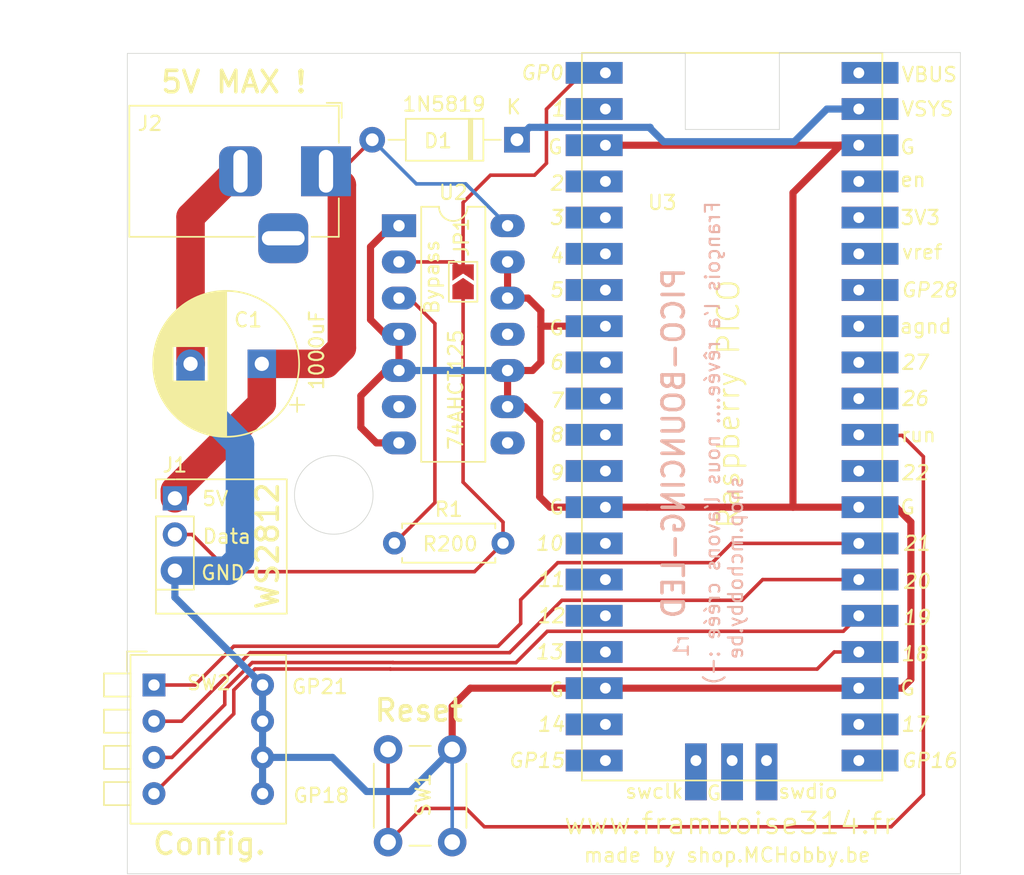
<source format=kicad_pcb>
(kicad_pcb (version 20171130) (host pcbnew 5.1.10-88a1d61d58~88~ubuntu18.04.1)

  (general
    (thickness 1.6)
    (drawings 38)
    (tracks 152)
    (zones 0)
    (modules 10)
    (nets 44)
  )

  (page A4)
  (layers
    (0 F.Cu signal)
    (31 B.Cu signal)
    (32 B.Adhes user)
    (33 F.Adhes user)
    (34 B.Paste user)
    (35 F.Paste user)
    (36 B.SilkS user)
    (37 F.SilkS user)
    (38 B.Mask user)
    (39 F.Mask user)
    (40 Dwgs.User user)
    (41 Cmts.User user)
    (42 Eco1.User user)
    (43 Eco2.User user)
    (44 Edge.Cuts user)
    (45 Margin user)
    (46 B.CrtYd user)
    (47 F.CrtYd user)
    (48 B.Fab user)
    (49 F.Fab user)
  )

  (setup
    (last_trace_width 0.25)
    (trace_clearance 0.2)
    (zone_clearance 0.508)
    (zone_45_only no)
    (trace_min 0.2)
    (via_size 0.8)
    (via_drill 0.4)
    (via_min_size 0.4)
    (via_min_drill 0.3)
    (uvia_size 0.3)
    (uvia_drill 0.1)
    (uvias_allowed no)
    (uvia_min_size 0.2)
    (uvia_min_drill 0.1)
    (edge_width 0.05)
    (segment_width 0.2)
    (pcb_text_width 0.3)
    (pcb_text_size 1.5 1.5)
    (mod_edge_width 0.12)
    (mod_text_size 1 1)
    (mod_text_width 0.15)
    (pad_size 1.524 1.524)
    (pad_drill 0.762)
    (pad_to_mask_clearance 0)
    (aux_axis_origin 0 0)
    (visible_elements FFFFFF7F)
    (pcbplotparams
      (layerselection 0x010fc_ffffffff)
      (usegerberextensions false)
      (usegerberattributes true)
      (usegerberadvancedattributes true)
      (creategerberjobfile true)
      (excludeedgelayer true)
      (linewidth 0.100000)
      (plotframeref false)
      (viasonmask false)
      (mode 1)
      (useauxorigin false)
      (hpglpennumber 1)
      (hpglpenspeed 20)
      (hpglpendiameter 15.000000)
      (psnegative false)
      (psa4output false)
      (plotreference true)
      (plotvalue true)
      (plotinvisibletext false)
      (padsonsilk false)
      (subtractmaskfromsilk false)
      (outputformat 1)
      (mirror false)
      (drillshape 0)
      (scaleselection 1)
      (outputdirectory "PICO-BOUNCING-LED-001/"))
  )

  (net 0 "")
  (net 1 "Net-(C1-Pad1)")
  (net 2 GND)
  (net 3 "Net-(D1-Pad1)")
  (net 4 "Net-(J1-Pad2)")
  (net 5 /neopixel)
  (net 6 "Net-(R1-Pad1)")
  (net 7 "Net-(SW1-Pad1)")
  (net 8 "Net-(SW2-Pad1)")
  (net 9 "Net-(SW2-Pad2)")
  (net 10 "Net-(SW2-Pad3)")
  (net 11 "Net-(SW2-Pad4)")
  (net 12 "Net-(U2-Pad8)")
  (net 13 "Net-(U2-Pad11)")
  (net 14 "Net-(U2-Pad6)")
  (net 15 "Net-(U3-Pad2)")
  (net 16 "Net-(U3-Pad4)")
  (net 17 "Net-(U3-Pad5)")
  (net 18 "Net-(U3-Pad6)")
  (net 19 "Net-(U3-Pad7)")
  (net 20 "Net-(U3-Pad9)")
  (net 21 "Net-(U3-Pad10)")
  (net 22 "Net-(U3-Pad11)")
  (net 23 "Net-(U3-Pad12)")
  (net 24 "Net-(U3-Pad14)")
  (net 25 "Net-(U3-Pad15)")
  (net 26 "Net-(U3-Pad16)")
  (net 27 "Net-(U3-Pad17)")
  (net 28 "Net-(U3-Pad19)")
  (net 29 "Net-(U3-Pad20)")
  (net 30 "Net-(U3-Pad21)")
  (net 31 "Net-(U3-Pad22)")
  (net 32 "Net-(U3-Pad29)")
  (net 33 "Net-(U3-Pad31)")
  (net 34 "Net-(U3-Pad32)")
  (net 35 "Net-(U3-Pad33)")
  (net 36 "Net-(U3-Pad34)")
  (net 37 "Net-(U3-Pad35)")
  (net 38 "Net-(U3-Pad36)")
  (net 39 "Net-(U3-Pad37)")
  (net 40 "Net-(U3-Pad40)")
  (net 41 "Net-(U3-Pad41)")
  (net 42 "Net-(U3-Pad42)")
  (net 43 "Net-(U3-Pad43)")

  (net_class Default "This is the default net class."
    (clearance 0.2)
    (trace_width 0.25)
    (via_dia 0.8)
    (via_drill 0.4)
    (uvia_dia 0.3)
    (uvia_drill 0.1)
    (add_net /neopixel)
    (add_net GND)
    (add_net "Net-(C1-Pad1)")
    (add_net "Net-(D1-Pad1)")
    (add_net "Net-(J1-Pad2)")
    (add_net "Net-(R1-Pad1)")
    (add_net "Net-(SW1-Pad1)")
    (add_net "Net-(SW2-Pad1)")
    (add_net "Net-(SW2-Pad2)")
    (add_net "Net-(SW2-Pad3)")
    (add_net "Net-(SW2-Pad4)")
    (add_net "Net-(U2-Pad11)")
    (add_net "Net-(U2-Pad6)")
    (add_net "Net-(U2-Pad8)")
    (add_net "Net-(U3-Pad10)")
    (add_net "Net-(U3-Pad11)")
    (add_net "Net-(U3-Pad12)")
    (add_net "Net-(U3-Pad14)")
    (add_net "Net-(U3-Pad15)")
    (add_net "Net-(U3-Pad16)")
    (add_net "Net-(U3-Pad17)")
    (add_net "Net-(U3-Pad19)")
    (add_net "Net-(U3-Pad2)")
    (add_net "Net-(U3-Pad20)")
    (add_net "Net-(U3-Pad21)")
    (add_net "Net-(U3-Pad22)")
    (add_net "Net-(U3-Pad29)")
    (add_net "Net-(U3-Pad31)")
    (add_net "Net-(U3-Pad32)")
    (add_net "Net-(U3-Pad33)")
    (add_net "Net-(U3-Pad34)")
    (add_net "Net-(U3-Pad35)")
    (add_net "Net-(U3-Pad36)")
    (add_net "Net-(U3-Pad37)")
    (add_net "Net-(U3-Pad4)")
    (add_net "Net-(U3-Pad40)")
    (add_net "Net-(U3-Pad41)")
    (add_net "Net-(U3-Pad42)")
    (add_net "Net-(U3-Pad43)")
    (add_net "Net-(U3-Pad5)")
    (add_net "Net-(U3-Pad6)")
    (add_net "Net-(U3-Pad7)")
    (add_net "Net-(U3-Pad9)")
  )

  (module Capacitor_THT:CP_Radial_D10.0mm_P5.00mm (layer F.Cu) (tedit 5AE50EF1) (tstamp 61A6DA88)
    (at 43.20794 86.0933 180)
    (descr "CP, Radial series, Radial, pin pitch=5.00mm, , diameter=10mm, Electrolytic Capacitor")
    (tags "CP Radial series Radial pin pitch 5.00mm  diameter 10mm Electrolytic Capacitor")
    (path /61ADB58E)
    (fp_text reference C1 (at 0.96266 3.08102 180) (layer F.SilkS)
      (effects (font (size 1 1) (thickness 0.15)))
    )
    (fp_text value C1000uF (at 2.5 6.25) (layer F.Fab)
      (effects (font (size 1 1) (thickness 0.15)))
    )
    (fp_line (start -2.479646 -3.375) (end -2.479646 -2.375) (layer F.SilkS) (width 0.12))
    (fp_line (start -2.979646 -2.875) (end -1.979646 -2.875) (layer F.SilkS) (width 0.12))
    (fp_line (start 7.581 -0.599) (end 7.581 0.599) (layer F.SilkS) (width 0.12))
    (fp_line (start 7.541 -0.862) (end 7.541 0.862) (layer F.SilkS) (width 0.12))
    (fp_line (start 7.501 -1.062) (end 7.501 1.062) (layer F.SilkS) (width 0.12))
    (fp_line (start 7.461 -1.23) (end 7.461 1.23) (layer F.SilkS) (width 0.12))
    (fp_line (start 7.421 -1.378) (end 7.421 1.378) (layer F.SilkS) (width 0.12))
    (fp_line (start 7.381 -1.51) (end 7.381 1.51) (layer F.SilkS) (width 0.12))
    (fp_line (start 7.341 -1.63) (end 7.341 1.63) (layer F.SilkS) (width 0.12))
    (fp_line (start 7.301 -1.742) (end 7.301 1.742) (layer F.SilkS) (width 0.12))
    (fp_line (start 7.261 -1.846) (end 7.261 1.846) (layer F.SilkS) (width 0.12))
    (fp_line (start 7.221 -1.944) (end 7.221 1.944) (layer F.SilkS) (width 0.12))
    (fp_line (start 7.181 -2.037) (end 7.181 2.037) (layer F.SilkS) (width 0.12))
    (fp_line (start 7.141 -2.125) (end 7.141 2.125) (layer F.SilkS) (width 0.12))
    (fp_line (start 7.101 -2.209) (end 7.101 2.209) (layer F.SilkS) (width 0.12))
    (fp_line (start 7.061 -2.289) (end 7.061 2.289) (layer F.SilkS) (width 0.12))
    (fp_line (start 7.021 -2.365) (end 7.021 2.365) (layer F.SilkS) (width 0.12))
    (fp_line (start 6.981 -2.439) (end 6.981 2.439) (layer F.SilkS) (width 0.12))
    (fp_line (start 6.941 -2.51) (end 6.941 2.51) (layer F.SilkS) (width 0.12))
    (fp_line (start 6.901 -2.579) (end 6.901 2.579) (layer F.SilkS) (width 0.12))
    (fp_line (start 6.861 -2.645) (end 6.861 2.645) (layer F.SilkS) (width 0.12))
    (fp_line (start 6.821 -2.709) (end 6.821 2.709) (layer F.SilkS) (width 0.12))
    (fp_line (start 6.781 -2.77) (end 6.781 2.77) (layer F.SilkS) (width 0.12))
    (fp_line (start 6.741 -2.83) (end 6.741 2.83) (layer F.SilkS) (width 0.12))
    (fp_line (start 6.701 -2.889) (end 6.701 2.889) (layer F.SilkS) (width 0.12))
    (fp_line (start 6.661 -2.945) (end 6.661 2.945) (layer F.SilkS) (width 0.12))
    (fp_line (start 6.621 -3) (end 6.621 3) (layer F.SilkS) (width 0.12))
    (fp_line (start 6.581 -3.054) (end 6.581 3.054) (layer F.SilkS) (width 0.12))
    (fp_line (start 6.541 -3.106) (end 6.541 3.106) (layer F.SilkS) (width 0.12))
    (fp_line (start 6.501 -3.156) (end 6.501 3.156) (layer F.SilkS) (width 0.12))
    (fp_line (start 6.461 -3.206) (end 6.461 3.206) (layer F.SilkS) (width 0.12))
    (fp_line (start 6.421 -3.254) (end 6.421 3.254) (layer F.SilkS) (width 0.12))
    (fp_line (start 6.381 -3.301) (end 6.381 3.301) (layer F.SilkS) (width 0.12))
    (fp_line (start 6.341 -3.347) (end 6.341 3.347) (layer F.SilkS) (width 0.12))
    (fp_line (start 6.301 -3.392) (end 6.301 3.392) (layer F.SilkS) (width 0.12))
    (fp_line (start 6.261 -3.436) (end 6.261 3.436) (layer F.SilkS) (width 0.12))
    (fp_line (start 6.221 1.241) (end 6.221 3.478) (layer F.SilkS) (width 0.12))
    (fp_line (start 6.221 -3.478) (end 6.221 -1.241) (layer F.SilkS) (width 0.12))
    (fp_line (start 6.181 1.241) (end 6.181 3.52) (layer F.SilkS) (width 0.12))
    (fp_line (start 6.181 -3.52) (end 6.181 -1.241) (layer F.SilkS) (width 0.12))
    (fp_line (start 6.141 1.241) (end 6.141 3.561) (layer F.SilkS) (width 0.12))
    (fp_line (start 6.141 -3.561) (end 6.141 -1.241) (layer F.SilkS) (width 0.12))
    (fp_line (start 6.101 1.241) (end 6.101 3.601) (layer F.SilkS) (width 0.12))
    (fp_line (start 6.101 -3.601) (end 6.101 -1.241) (layer F.SilkS) (width 0.12))
    (fp_line (start 6.061 1.241) (end 6.061 3.64) (layer F.SilkS) (width 0.12))
    (fp_line (start 6.061 -3.64) (end 6.061 -1.241) (layer F.SilkS) (width 0.12))
    (fp_line (start 6.021 1.241) (end 6.021 3.679) (layer F.SilkS) (width 0.12))
    (fp_line (start 6.021 -3.679) (end 6.021 -1.241) (layer F.SilkS) (width 0.12))
    (fp_line (start 5.981 1.241) (end 5.981 3.716) (layer F.SilkS) (width 0.12))
    (fp_line (start 5.981 -3.716) (end 5.981 -1.241) (layer F.SilkS) (width 0.12))
    (fp_line (start 5.941 1.241) (end 5.941 3.753) (layer F.SilkS) (width 0.12))
    (fp_line (start 5.941 -3.753) (end 5.941 -1.241) (layer F.SilkS) (width 0.12))
    (fp_line (start 5.901 1.241) (end 5.901 3.789) (layer F.SilkS) (width 0.12))
    (fp_line (start 5.901 -3.789) (end 5.901 -1.241) (layer F.SilkS) (width 0.12))
    (fp_line (start 5.861 1.241) (end 5.861 3.824) (layer F.SilkS) (width 0.12))
    (fp_line (start 5.861 -3.824) (end 5.861 -1.241) (layer F.SilkS) (width 0.12))
    (fp_line (start 5.821 1.241) (end 5.821 3.858) (layer F.SilkS) (width 0.12))
    (fp_line (start 5.821 -3.858) (end 5.821 -1.241) (layer F.SilkS) (width 0.12))
    (fp_line (start 5.781 1.241) (end 5.781 3.892) (layer F.SilkS) (width 0.12))
    (fp_line (start 5.781 -3.892) (end 5.781 -1.241) (layer F.SilkS) (width 0.12))
    (fp_line (start 5.741 1.241) (end 5.741 3.925) (layer F.SilkS) (width 0.12))
    (fp_line (start 5.741 -3.925) (end 5.741 -1.241) (layer F.SilkS) (width 0.12))
    (fp_line (start 5.701 1.241) (end 5.701 3.957) (layer F.SilkS) (width 0.12))
    (fp_line (start 5.701 -3.957) (end 5.701 -1.241) (layer F.SilkS) (width 0.12))
    (fp_line (start 5.661 1.241) (end 5.661 3.989) (layer F.SilkS) (width 0.12))
    (fp_line (start 5.661 -3.989) (end 5.661 -1.241) (layer F.SilkS) (width 0.12))
    (fp_line (start 5.621 1.241) (end 5.621 4.02) (layer F.SilkS) (width 0.12))
    (fp_line (start 5.621 -4.02) (end 5.621 -1.241) (layer F.SilkS) (width 0.12))
    (fp_line (start 5.581 1.241) (end 5.581 4.05) (layer F.SilkS) (width 0.12))
    (fp_line (start 5.581 -4.05) (end 5.581 -1.241) (layer F.SilkS) (width 0.12))
    (fp_line (start 5.541 1.241) (end 5.541 4.08) (layer F.SilkS) (width 0.12))
    (fp_line (start 5.541 -4.08) (end 5.541 -1.241) (layer F.SilkS) (width 0.12))
    (fp_line (start 5.501 1.241) (end 5.501 4.11) (layer F.SilkS) (width 0.12))
    (fp_line (start 5.501 -4.11) (end 5.501 -1.241) (layer F.SilkS) (width 0.12))
    (fp_line (start 5.461 1.241) (end 5.461 4.138) (layer F.SilkS) (width 0.12))
    (fp_line (start 5.461 -4.138) (end 5.461 -1.241) (layer F.SilkS) (width 0.12))
    (fp_line (start 5.421 1.241) (end 5.421 4.166) (layer F.SilkS) (width 0.12))
    (fp_line (start 5.421 -4.166) (end 5.421 -1.241) (layer F.SilkS) (width 0.12))
    (fp_line (start 5.381 1.241) (end 5.381 4.194) (layer F.SilkS) (width 0.12))
    (fp_line (start 5.381 -4.194) (end 5.381 -1.241) (layer F.SilkS) (width 0.12))
    (fp_line (start 5.341 1.241) (end 5.341 4.221) (layer F.SilkS) (width 0.12))
    (fp_line (start 5.341 -4.221) (end 5.341 -1.241) (layer F.SilkS) (width 0.12))
    (fp_line (start 5.301 1.241) (end 5.301 4.247) (layer F.SilkS) (width 0.12))
    (fp_line (start 5.301 -4.247) (end 5.301 -1.241) (layer F.SilkS) (width 0.12))
    (fp_line (start 5.261 1.241) (end 5.261 4.273) (layer F.SilkS) (width 0.12))
    (fp_line (start 5.261 -4.273) (end 5.261 -1.241) (layer F.SilkS) (width 0.12))
    (fp_line (start 5.221 1.241) (end 5.221 4.298) (layer F.SilkS) (width 0.12))
    (fp_line (start 5.221 -4.298) (end 5.221 -1.241) (layer F.SilkS) (width 0.12))
    (fp_line (start 5.181 1.241) (end 5.181 4.323) (layer F.SilkS) (width 0.12))
    (fp_line (start 5.181 -4.323) (end 5.181 -1.241) (layer F.SilkS) (width 0.12))
    (fp_line (start 5.141 1.241) (end 5.141 4.347) (layer F.SilkS) (width 0.12))
    (fp_line (start 5.141 -4.347) (end 5.141 -1.241) (layer F.SilkS) (width 0.12))
    (fp_line (start 5.101 1.241) (end 5.101 4.371) (layer F.SilkS) (width 0.12))
    (fp_line (start 5.101 -4.371) (end 5.101 -1.241) (layer F.SilkS) (width 0.12))
    (fp_line (start 5.061 1.241) (end 5.061 4.395) (layer F.SilkS) (width 0.12))
    (fp_line (start 5.061 -4.395) (end 5.061 -1.241) (layer F.SilkS) (width 0.12))
    (fp_line (start 5.021 1.241) (end 5.021 4.417) (layer F.SilkS) (width 0.12))
    (fp_line (start 5.021 -4.417) (end 5.021 -1.241) (layer F.SilkS) (width 0.12))
    (fp_line (start 4.981 1.241) (end 4.981 4.44) (layer F.SilkS) (width 0.12))
    (fp_line (start 4.981 -4.44) (end 4.981 -1.241) (layer F.SilkS) (width 0.12))
    (fp_line (start 4.941 1.241) (end 4.941 4.462) (layer F.SilkS) (width 0.12))
    (fp_line (start 4.941 -4.462) (end 4.941 -1.241) (layer F.SilkS) (width 0.12))
    (fp_line (start 4.901 1.241) (end 4.901 4.483) (layer F.SilkS) (width 0.12))
    (fp_line (start 4.901 -4.483) (end 4.901 -1.241) (layer F.SilkS) (width 0.12))
    (fp_line (start 4.861 1.241) (end 4.861 4.504) (layer F.SilkS) (width 0.12))
    (fp_line (start 4.861 -4.504) (end 4.861 -1.241) (layer F.SilkS) (width 0.12))
    (fp_line (start 4.821 1.241) (end 4.821 4.525) (layer F.SilkS) (width 0.12))
    (fp_line (start 4.821 -4.525) (end 4.821 -1.241) (layer F.SilkS) (width 0.12))
    (fp_line (start 4.781 1.241) (end 4.781 4.545) (layer F.SilkS) (width 0.12))
    (fp_line (start 4.781 -4.545) (end 4.781 -1.241) (layer F.SilkS) (width 0.12))
    (fp_line (start 4.741 1.241) (end 4.741 4.564) (layer F.SilkS) (width 0.12))
    (fp_line (start 4.741 -4.564) (end 4.741 -1.241) (layer F.SilkS) (width 0.12))
    (fp_line (start 4.701 1.241) (end 4.701 4.584) (layer F.SilkS) (width 0.12))
    (fp_line (start 4.701 -4.584) (end 4.701 -1.241) (layer F.SilkS) (width 0.12))
    (fp_line (start 4.661 1.241) (end 4.661 4.603) (layer F.SilkS) (width 0.12))
    (fp_line (start 4.661 -4.603) (end 4.661 -1.241) (layer F.SilkS) (width 0.12))
    (fp_line (start 4.621 1.241) (end 4.621 4.621) (layer F.SilkS) (width 0.12))
    (fp_line (start 4.621 -4.621) (end 4.621 -1.241) (layer F.SilkS) (width 0.12))
    (fp_line (start 4.581 1.241) (end 4.581 4.639) (layer F.SilkS) (width 0.12))
    (fp_line (start 4.581 -4.639) (end 4.581 -1.241) (layer F.SilkS) (width 0.12))
    (fp_line (start 4.541 1.241) (end 4.541 4.657) (layer F.SilkS) (width 0.12))
    (fp_line (start 4.541 -4.657) (end 4.541 -1.241) (layer F.SilkS) (width 0.12))
    (fp_line (start 4.501 1.241) (end 4.501 4.674) (layer F.SilkS) (width 0.12))
    (fp_line (start 4.501 -4.674) (end 4.501 -1.241) (layer F.SilkS) (width 0.12))
    (fp_line (start 4.461 1.241) (end 4.461 4.69) (layer F.SilkS) (width 0.12))
    (fp_line (start 4.461 -4.69) (end 4.461 -1.241) (layer F.SilkS) (width 0.12))
    (fp_line (start 4.421 1.241) (end 4.421 4.707) (layer F.SilkS) (width 0.12))
    (fp_line (start 4.421 -4.707) (end 4.421 -1.241) (layer F.SilkS) (width 0.12))
    (fp_line (start 4.381 1.241) (end 4.381 4.723) (layer F.SilkS) (width 0.12))
    (fp_line (start 4.381 -4.723) (end 4.381 -1.241) (layer F.SilkS) (width 0.12))
    (fp_line (start 4.341 1.241) (end 4.341 4.738) (layer F.SilkS) (width 0.12))
    (fp_line (start 4.341 -4.738) (end 4.341 -1.241) (layer F.SilkS) (width 0.12))
    (fp_line (start 4.301 1.241) (end 4.301 4.754) (layer F.SilkS) (width 0.12))
    (fp_line (start 4.301 -4.754) (end 4.301 -1.241) (layer F.SilkS) (width 0.12))
    (fp_line (start 4.261 1.241) (end 4.261 4.768) (layer F.SilkS) (width 0.12))
    (fp_line (start 4.261 -4.768) (end 4.261 -1.241) (layer F.SilkS) (width 0.12))
    (fp_line (start 4.221 1.241) (end 4.221 4.783) (layer F.SilkS) (width 0.12))
    (fp_line (start 4.221 -4.783) (end 4.221 -1.241) (layer F.SilkS) (width 0.12))
    (fp_line (start 4.181 1.241) (end 4.181 4.797) (layer F.SilkS) (width 0.12))
    (fp_line (start 4.181 -4.797) (end 4.181 -1.241) (layer F.SilkS) (width 0.12))
    (fp_line (start 4.141 1.241) (end 4.141 4.811) (layer F.SilkS) (width 0.12))
    (fp_line (start 4.141 -4.811) (end 4.141 -1.241) (layer F.SilkS) (width 0.12))
    (fp_line (start 4.101 1.241) (end 4.101 4.824) (layer F.SilkS) (width 0.12))
    (fp_line (start 4.101 -4.824) (end 4.101 -1.241) (layer F.SilkS) (width 0.12))
    (fp_line (start 4.061 1.241) (end 4.061 4.837) (layer F.SilkS) (width 0.12))
    (fp_line (start 4.061 -4.837) (end 4.061 -1.241) (layer F.SilkS) (width 0.12))
    (fp_line (start 4.021 1.241) (end 4.021 4.85) (layer F.SilkS) (width 0.12))
    (fp_line (start 4.021 -4.85) (end 4.021 -1.241) (layer F.SilkS) (width 0.12))
    (fp_line (start 3.981 1.241) (end 3.981 4.862) (layer F.SilkS) (width 0.12))
    (fp_line (start 3.981 -4.862) (end 3.981 -1.241) (layer F.SilkS) (width 0.12))
    (fp_line (start 3.941 1.241) (end 3.941 4.874) (layer F.SilkS) (width 0.12))
    (fp_line (start 3.941 -4.874) (end 3.941 -1.241) (layer F.SilkS) (width 0.12))
    (fp_line (start 3.901 1.241) (end 3.901 4.885) (layer F.SilkS) (width 0.12))
    (fp_line (start 3.901 -4.885) (end 3.901 -1.241) (layer F.SilkS) (width 0.12))
    (fp_line (start 3.861 1.241) (end 3.861 4.897) (layer F.SilkS) (width 0.12))
    (fp_line (start 3.861 -4.897) (end 3.861 -1.241) (layer F.SilkS) (width 0.12))
    (fp_line (start 3.821 1.241) (end 3.821 4.907) (layer F.SilkS) (width 0.12))
    (fp_line (start 3.821 -4.907) (end 3.821 -1.241) (layer F.SilkS) (width 0.12))
    (fp_line (start 3.781 1.241) (end 3.781 4.918) (layer F.SilkS) (width 0.12))
    (fp_line (start 3.781 -4.918) (end 3.781 -1.241) (layer F.SilkS) (width 0.12))
    (fp_line (start 3.741 -4.928) (end 3.741 4.928) (layer F.SilkS) (width 0.12))
    (fp_line (start 3.701 -4.938) (end 3.701 4.938) (layer F.SilkS) (width 0.12))
    (fp_line (start 3.661 -4.947) (end 3.661 4.947) (layer F.SilkS) (width 0.12))
    (fp_line (start 3.621 -4.956) (end 3.621 4.956) (layer F.SilkS) (width 0.12))
    (fp_line (start 3.581 -4.965) (end 3.581 4.965) (layer F.SilkS) (width 0.12))
    (fp_line (start 3.541 -4.974) (end 3.541 4.974) (layer F.SilkS) (width 0.12))
    (fp_line (start 3.501 -4.982) (end 3.501 4.982) (layer F.SilkS) (width 0.12))
    (fp_line (start 3.461 -4.99) (end 3.461 4.99) (layer F.SilkS) (width 0.12))
    (fp_line (start 3.421 -4.997) (end 3.421 4.997) (layer F.SilkS) (width 0.12))
    (fp_line (start 3.381 -5.004) (end 3.381 5.004) (layer F.SilkS) (width 0.12))
    (fp_line (start 3.341 -5.011) (end 3.341 5.011) (layer F.SilkS) (width 0.12))
    (fp_line (start 3.301 -5.018) (end 3.301 5.018) (layer F.SilkS) (width 0.12))
    (fp_line (start 3.261 -5.024) (end 3.261 5.024) (layer F.SilkS) (width 0.12))
    (fp_line (start 3.221 -5.03) (end 3.221 5.03) (layer F.SilkS) (width 0.12))
    (fp_line (start 3.18 -5.035) (end 3.18 5.035) (layer F.SilkS) (width 0.12))
    (fp_line (start 3.14 -5.04) (end 3.14 5.04) (layer F.SilkS) (width 0.12))
    (fp_line (start 3.1 -5.045) (end 3.1 5.045) (layer F.SilkS) (width 0.12))
    (fp_line (start 3.06 -5.05) (end 3.06 5.05) (layer F.SilkS) (width 0.12))
    (fp_line (start 3.02 -5.054) (end 3.02 5.054) (layer F.SilkS) (width 0.12))
    (fp_line (start 2.98 -5.058) (end 2.98 5.058) (layer F.SilkS) (width 0.12))
    (fp_line (start 2.94 -5.062) (end 2.94 5.062) (layer F.SilkS) (width 0.12))
    (fp_line (start 2.9 -5.065) (end 2.9 5.065) (layer F.SilkS) (width 0.12))
    (fp_line (start 2.86 -5.068) (end 2.86 5.068) (layer F.SilkS) (width 0.12))
    (fp_line (start 2.82 -5.07) (end 2.82 5.07) (layer F.SilkS) (width 0.12))
    (fp_line (start 2.78 -5.073) (end 2.78 5.073) (layer F.SilkS) (width 0.12))
    (fp_line (start 2.74 -5.075) (end 2.74 5.075) (layer F.SilkS) (width 0.12))
    (fp_line (start 2.7 -5.077) (end 2.7 5.077) (layer F.SilkS) (width 0.12))
    (fp_line (start 2.66 -5.078) (end 2.66 5.078) (layer F.SilkS) (width 0.12))
    (fp_line (start 2.62 -5.079) (end 2.62 5.079) (layer F.SilkS) (width 0.12))
    (fp_line (start 2.58 -5.08) (end 2.58 5.08) (layer F.SilkS) (width 0.12))
    (fp_line (start 2.54 -5.08) (end 2.54 5.08) (layer F.SilkS) (width 0.12))
    (fp_line (start 2.5 -5.08) (end 2.5 5.08) (layer F.SilkS) (width 0.12))
    (fp_line (start -1.288861 -2.6875) (end -1.288861 -1.6875) (layer F.Fab) (width 0.1))
    (fp_line (start -1.788861 -2.1875) (end -0.788861 -2.1875) (layer F.Fab) (width 0.1))
    (fp_circle (center 2.5 0) (end 7.75 0) (layer F.CrtYd) (width 0.05))
    (fp_circle (center 2.5 0) (end 7.62 0) (layer F.SilkS) (width 0.12))
    (fp_circle (center 2.5 0) (end 7.5 0) (layer F.Fab) (width 0.1))
    (fp_text user %R (at 2.5 0) (layer F.Fab)
      (effects (font (size 1 1) (thickness 0.15)))
    )
    (pad 1 thru_hole rect (at 0 0 180) (size 2 2) (drill 1) (layers *.Cu *.Mask)
      (net 1 "Net-(C1-Pad1)"))
    (pad 2 thru_hole circle (at 5 0 180) (size 2 2) (drill 1) (layers *.Cu *.Mask)
      (net 2 GND))
    (model ${KISYS3DMOD}/Capacitor_THT.3dshapes/CP_Radial_D10.0mm_P5.00mm.wrl
      (at (xyz 0 0 0))
      (scale (xyz 1 1 1))
      (rotate (xyz 0 0 0))
    )
  )

  (module Diode_THT:D_A-405_P10.16mm_Horizontal (layer F.Cu) (tedit 5AE50CD5) (tstamp 61A6DAA7)
    (at 61.11494 70.36816 180)
    (descr "Diode, A-405 series, Axial, Horizontal, pin pitch=10.16mm, , length*diameter=5.2*2.7mm^2, , http://www.diodes.com/_files/packages/A-405.pdf")
    (tags "Diode A-405 series Axial Horizontal pin pitch 10.16mm  length 5.2mm diameter 2.7mm")
    (path /61A2F6E3)
    (fp_text reference D1 (at 5.54482 -0.0762) (layer F.SilkS)
      (effects (font (size 1 1) (thickness 0.15)))
    )
    (fp_text value 1N5819 (at 5.08 2.47) (layer F.Fab)
      (effects (font (size 1 1) (thickness 0.15)))
    )
    (fp_line (start 11.31 -1.6) (end -1.15 -1.6) (layer F.CrtYd) (width 0.05))
    (fp_line (start 11.31 1.6) (end 11.31 -1.6) (layer F.CrtYd) (width 0.05))
    (fp_line (start -1.15 1.6) (end 11.31 1.6) (layer F.CrtYd) (width 0.05))
    (fp_line (start -1.15 -1.6) (end -1.15 1.6) (layer F.CrtYd) (width 0.05))
    (fp_line (start 3.14 -1.47) (end 3.14 1.47) (layer F.SilkS) (width 0.12))
    (fp_line (start 3.38 -1.47) (end 3.38 1.47) (layer F.SilkS) (width 0.12))
    (fp_line (start 3.26 -1.47) (end 3.26 1.47) (layer F.SilkS) (width 0.12))
    (fp_line (start 9.02 0) (end 7.8 0) (layer F.SilkS) (width 0.12))
    (fp_line (start 1.14 0) (end 2.36 0) (layer F.SilkS) (width 0.12))
    (fp_line (start 7.8 -1.47) (end 2.36 -1.47) (layer F.SilkS) (width 0.12))
    (fp_line (start 7.8 1.47) (end 7.8 -1.47) (layer F.SilkS) (width 0.12))
    (fp_line (start 2.36 1.47) (end 7.8 1.47) (layer F.SilkS) (width 0.12))
    (fp_line (start 2.36 -1.47) (end 2.36 1.47) (layer F.SilkS) (width 0.12))
    (fp_line (start 3.16 -1.35) (end 3.16 1.35) (layer F.Fab) (width 0.1))
    (fp_line (start 3.36 -1.35) (end 3.36 1.35) (layer F.Fab) (width 0.1))
    (fp_line (start 3.26 -1.35) (end 3.26 1.35) (layer F.Fab) (width 0.1))
    (fp_line (start 10.16 0) (end 7.68 0) (layer F.Fab) (width 0.1))
    (fp_line (start 0 0) (end 2.48 0) (layer F.Fab) (width 0.1))
    (fp_line (start 7.68 -1.35) (end 2.48 -1.35) (layer F.Fab) (width 0.1))
    (fp_line (start 7.68 1.35) (end 7.68 -1.35) (layer F.Fab) (width 0.1))
    (fp_line (start 2.48 1.35) (end 7.68 1.35) (layer F.Fab) (width 0.1))
    (fp_line (start 2.48 -1.35) (end 2.48 1.35) (layer F.Fab) (width 0.1))
    (fp_text user %R (at 5.47 0) (layer F.Fab)
      (effects (font (size 1 1) (thickness 0.15)))
    )
    (fp_text user K (at 0.25654 2.3114) (layer F.Fab)
      (effects (font (size 1 1) (thickness 0.15)))
    )
    (fp_text user K (at 0.23368 2.30124) (layer F.SilkS)
      (effects (font (size 1 1) (thickness 0.15)))
    )
    (pad 1 thru_hole rect (at 0 0 180) (size 1.8 1.8) (drill 0.9) (layers *.Cu *.Mask)
      (net 3 "Net-(D1-Pad1)"))
    (pad 2 thru_hole oval (at 10.16 0 180) (size 1.8 1.8) (drill 0.9) (layers *.Cu *.Mask)
      (net 1 "Net-(C1-Pad1)"))
    (model ${KISYS3DMOD}/Diode_THT.3dshapes/D_A-405_P10.16mm_Horizontal.wrl
      (at (xyz 0 0 0))
      (scale (xyz 1 1 1))
      (rotate (xyz 0 0 0))
    )
  )

  (module Connector_PinHeader_2.54mm:PinHeader_1x03_P2.54mm_Vertical (layer F.Cu) (tedit 59FED5CC) (tstamp 61A6DABE)
    (at 37.1094 95.5294)
    (descr "Through hole straight pin header, 1x03, 2.54mm pitch, single row")
    (tags "Through hole pin header THT 1x03 2.54mm single row")
    (path /61A356B5)
    (fp_text reference J1 (at 0 -2.33) (layer F.SilkS)
      (effects (font (size 1 1) (thickness 0.15)))
    )
    (fp_text value Conn_Pixels (at 0 7.41) (layer F.Fab)
      (effects (font (size 1 1) (thickness 0.15)))
    )
    (fp_line (start 1.8 -1.8) (end -1.8 -1.8) (layer F.CrtYd) (width 0.05))
    (fp_line (start 1.8 6.85) (end 1.8 -1.8) (layer F.CrtYd) (width 0.05))
    (fp_line (start -1.8 6.85) (end 1.8 6.85) (layer F.CrtYd) (width 0.05))
    (fp_line (start -1.8 -1.8) (end -1.8 6.85) (layer F.CrtYd) (width 0.05))
    (fp_line (start -1.33 -1.33) (end 0 -1.33) (layer F.SilkS) (width 0.12))
    (fp_line (start -1.33 0) (end -1.33 -1.33) (layer F.SilkS) (width 0.12))
    (fp_line (start -1.33 1.27) (end 1.33 1.27) (layer F.SilkS) (width 0.12))
    (fp_line (start 1.33 1.27) (end 1.33 6.41) (layer F.SilkS) (width 0.12))
    (fp_line (start -1.33 1.27) (end -1.33 6.41) (layer F.SilkS) (width 0.12))
    (fp_line (start -1.33 6.41) (end 1.33 6.41) (layer F.SilkS) (width 0.12))
    (fp_line (start -1.27 -0.635) (end -0.635 -1.27) (layer F.Fab) (width 0.1))
    (fp_line (start -1.27 6.35) (end -1.27 -0.635) (layer F.Fab) (width 0.1))
    (fp_line (start 1.27 6.35) (end -1.27 6.35) (layer F.Fab) (width 0.1))
    (fp_line (start 1.27 -1.27) (end 1.27 6.35) (layer F.Fab) (width 0.1))
    (fp_line (start -0.635 -1.27) (end 1.27 -1.27) (layer F.Fab) (width 0.1))
    (fp_text user %R (at 0 2.54 90) (layer F.Fab)
      (effects (font (size 1 1) (thickness 0.15)))
    )
    (pad 1 thru_hole rect (at 0 0) (size 1.7 1.7) (drill 1) (layers *.Cu *.Mask)
      (net 1 "Net-(C1-Pad1)"))
    (pad 2 thru_hole oval (at 0 2.54) (size 1.7 1.7) (drill 1) (layers *.Cu *.Mask)
      (net 4 "Net-(J1-Pad2)"))
    (pad 3 thru_hole oval (at 0 5.08) (size 1.7 1.7) (drill 1) (layers *.Cu *.Mask)
      (net 2 GND))
    (model ${KISYS3DMOD}/Connector_PinHeader_2.54mm.3dshapes/PinHeader_1x03_P2.54mm_Vertical.wrl
      (at (xyz 0 0 0))
      (scale (xyz 1 1 1))
      (rotate (xyz 0 0 0))
    )
  )

  (module Connector_BarrelJack:BarrelJack_Horizontal (layer F.Cu) (tedit 5A1DBF6A) (tstamp 61A6DAE1)
    (at 47.71136 72.5805)
    (descr "DC Barrel Jack")
    (tags "Power Jack")
    (path /61A31BC9)
    (fp_text reference J2 (at -12.34948 -3.3528) (layer F.SilkS)
      (effects (font (size 1 1) (thickness 0.15)))
    )
    (fp_text value Power_Jack (at -6.2 -5.5) (layer F.Fab)
      (effects (font (size 1 1) (thickness 0.15)))
    )
    (fp_line (start 0 -4.5) (end -13.7 -4.5) (layer F.Fab) (width 0.1))
    (fp_line (start 0.8 4.5) (end 0.8 -3.75) (layer F.Fab) (width 0.1))
    (fp_line (start -13.7 4.5) (end 0.8 4.5) (layer F.Fab) (width 0.1))
    (fp_line (start -13.7 -4.5) (end -13.7 4.5) (layer F.Fab) (width 0.1))
    (fp_line (start -10.2 -4.5) (end -10.2 4.5) (layer F.Fab) (width 0.1))
    (fp_line (start 0.9 -4.6) (end 0.9 -2) (layer F.SilkS) (width 0.12))
    (fp_line (start -13.8 -4.6) (end 0.9 -4.6) (layer F.SilkS) (width 0.12))
    (fp_line (start 0.9 4.6) (end -1 4.6) (layer F.SilkS) (width 0.12))
    (fp_line (start 0.9 1.9) (end 0.9 4.6) (layer F.SilkS) (width 0.12))
    (fp_line (start -13.8 4.6) (end -13.8 -4.6) (layer F.SilkS) (width 0.12))
    (fp_line (start -5 4.6) (end -13.8 4.6) (layer F.SilkS) (width 0.12))
    (fp_line (start -14 4.75) (end -14 -4.75) (layer F.CrtYd) (width 0.05))
    (fp_line (start -5 4.75) (end -14 4.75) (layer F.CrtYd) (width 0.05))
    (fp_line (start -5 6.75) (end -5 4.75) (layer F.CrtYd) (width 0.05))
    (fp_line (start -1 6.75) (end -5 6.75) (layer F.CrtYd) (width 0.05))
    (fp_line (start -1 4.75) (end -1 6.75) (layer F.CrtYd) (width 0.05))
    (fp_line (start 1 4.75) (end -1 4.75) (layer F.CrtYd) (width 0.05))
    (fp_line (start 1 2) (end 1 4.75) (layer F.CrtYd) (width 0.05))
    (fp_line (start 2 2) (end 1 2) (layer F.CrtYd) (width 0.05))
    (fp_line (start 2 -2) (end 2 2) (layer F.CrtYd) (width 0.05))
    (fp_line (start 1 -2) (end 2 -2) (layer F.CrtYd) (width 0.05))
    (fp_line (start 1 -4.5) (end 1 -2) (layer F.CrtYd) (width 0.05))
    (fp_line (start 1 -4.75) (end -14 -4.75) (layer F.CrtYd) (width 0.05))
    (fp_line (start 1 -4.5) (end 1 -4.75) (layer F.CrtYd) (width 0.05))
    (fp_line (start 0.05 -4.8) (end 1.1 -4.8) (layer F.SilkS) (width 0.12))
    (fp_line (start 1.1 -3.75) (end 1.1 -4.8) (layer F.SilkS) (width 0.12))
    (fp_line (start -0.003213 -4.505425) (end 0.8 -3.75) (layer F.Fab) (width 0.1))
    (fp_text user %R (at -3 -2.95) (layer F.Fab)
      (effects (font (size 1 1) (thickness 0.15)))
    )
    (pad 1 thru_hole rect (at 0 0) (size 3.5 3.5) (drill oval 1 3) (layers *.Cu *.Mask)
      (net 1 "Net-(C1-Pad1)"))
    (pad 2 thru_hole roundrect (at -6 0) (size 3 3.5) (drill oval 1 3) (layers *.Cu *.Mask) (roundrect_rratio 0.25)
      (net 2 GND))
    (pad 3 thru_hole roundrect (at -3 4.7) (size 3.5 3.5) (drill oval 3 1) (layers *.Cu *.Mask) (roundrect_rratio 0.25))
    (model ${KISYS3DMOD}/Connector_BarrelJack.3dshapes/BarrelJack_Horizontal.wrl
      (at (xyz 0 0 0))
      (scale (xyz 1 1 1))
      (rotate (xyz 0 0 0))
    )
  )

  (module Jumper:SolderJumper-2_P1.3mm_Open_TrianglePad1.0x1.5mm (layer F.Cu) (tedit 5A64794F) (tstamp 61A6DAEF)
    (at 57.33288 80.33512 90)
    (descr "SMD Solder Jumper, 1x1.5mm Triangular Pads, 0.3mm gap, open")
    (tags "solder jumper open")
    (path /61AACFEF)
    (attr virtual)
    (fp_text reference JP1 (at 3.12166 -0.11176 90) (layer F.SilkS)
      (effects (font (size 1 1) (thickness 0.15)))
    )
    (fp_text value Bypass (at 0 1.9 90) (layer F.Fab)
      (effects (font (size 1 1) (thickness 0.15)))
    )
    (fp_line (start 1.65 1.25) (end -1.65 1.25) (layer F.CrtYd) (width 0.05))
    (fp_line (start 1.65 1.25) (end 1.65 -1.25) (layer F.CrtYd) (width 0.05))
    (fp_line (start -1.65 -1.25) (end -1.65 1.25) (layer F.CrtYd) (width 0.05))
    (fp_line (start -1.65 -1.25) (end 1.65 -1.25) (layer F.CrtYd) (width 0.05))
    (fp_line (start -1.4 -1) (end 1.4 -1) (layer F.SilkS) (width 0.12))
    (fp_line (start 1.4 -1) (end 1.4 1) (layer F.SilkS) (width 0.12))
    (fp_line (start 1.4 1) (end -1.4 1) (layer F.SilkS) (width 0.12))
    (fp_line (start -1.4 1) (end -1.4 -1) (layer F.SilkS) (width 0.12))
    (pad 2 smd custom (at 0.725 0 90) (size 0.3 0.3) (layers F.Cu F.Mask)
      (net 5 /neopixel) (zone_connect 2)
      (options (clearance outline) (anchor rect))
      (primitives
        (gr_poly (pts
           (xy -0.65 -0.75) (xy 0.5 -0.75) (xy 0.5 0.75) (xy -0.65 0.75) (xy -0.15 0)
) (width 0))
      ))
    (pad 1 smd custom (at -0.725 0 90) (size 0.3 0.3) (layers F.Cu F.Mask)
      (net 4 "Net-(J1-Pad2)") (zone_connect 2)
      (options (clearance outline) (anchor rect))
      (primitives
        (gr_poly (pts
           (xy -0.5 -0.75) (xy 0.5 -0.75) (xy 1 0) (xy 0.5 0.75) (xy -0.5 0.75)
) (width 0))
      ))
  )

  (module Resistor_THT:R_Axial_DIN0207_L6.3mm_D2.5mm_P7.62mm_Horizontal (layer F.Cu) (tedit 5AE5139B) (tstamp 61A6DB06)
    (at 52.5145 98.67392)
    (descr "Resistor, Axial_DIN0207 series, Axial, Horizontal, pin pitch=7.62mm, 0.25W = 1/4W, length*diameter=6.3*2.5mm^2, http://cdn-reichelt.de/documents/datenblatt/B400/1_4W%23YAG.pdf")
    (tags "Resistor Axial_DIN0207 series Axial Horizontal pin pitch 7.62mm 0.25W = 1/4W length 6.3mm diameter 2.5mm")
    (path /61AC36B3)
    (fp_text reference R1 (at 3.81 -2.37) (layer F.SilkS)
      (effects (font (size 1 1) (thickness 0.15)))
    )
    (fp_text value R200 (at 3.81 2.37) (layer F.Fab)
      (effects (font (size 1 1) (thickness 0.15)))
    )
    (fp_line (start 8.67 -1.5) (end -1.05 -1.5) (layer F.CrtYd) (width 0.05))
    (fp_line (start 8.67 1.5) (end 8.67 -1.5) (layer F.CrtYd) (width 0.05))
    (fp_line (start -1.05 1.5) (end 8.67 1.5) (layer F.CrtYd) (width 0.05))
    (fp_line (start -1.05 -1.5) (end -1.05 1.5) (layer F.CrtYd) (width 0.05))
    (fp_line (start 7.08 1.37) (end 7.08 1.04) (layer F.SilkS) (width 0.12))
    (fp_line (start 0.54 1.37) (end 7.08 1.37) (layer F.SilkS) (width 0.12))
    (fp_line (start 0.54 1.04) (end 0.54 1.37) (layer F.SilkS) (width 0.12))
    (fp_line (start 7.08 -1.37) (end 7.08 -1.04) (layer F.SilkS) (width 0.12))
    (fp_line (start 0.54 -1.37) (end 7.08 -1.37) (layer F.SilkS) (width 0.12))
    (fp_line (start 0.54 -1.04) (end 0.54 -1.37) (layer F.SilkS) (width 0.12))
    (fp_line (start 7.62 0) (end 6.96 0) (layer F.Fab) (width 0.1))
    (fp_line (start 0 0) (end 0.66 0) (layer F.Fab) (width 0.1))
    (fp_line (start 6.96 -1.25) (end 0.66 -1.25) (layer F.Fab) (width 0.1))
    (fp_line (start 6.96 1.25) (end 6.96 -1.25) (layer F.Fab) (width 0.1))
    (fp_line (start 0.66 1.25) (end 6.96 1.25) (layer F.Fab) (width 0.1))
    (fp_line (start 0.66 -1.25) (end 0.66 1.25) (layer F.Fab) (width 0.1))
    (fp_text user %R (at 3.81 0) (layer F.Fab)
      (effects (font (size 1 1) (thickness 0.15)))
    )
    (pad 1 thru_hole circle (at 0 0) (size 1.6 1.6) (drill 0.8) (layers *.Cu *.Mask)
      (net 6 "Net-(R1-Pad1)"))
    (pad 2 thru_hole oval (at 7.62 0) (size 1.6 1.6) (drill 0.8) (layers *.Cu *.Mask)
      (net 4 "Net-(J1-Pad2)"))
    (model ${KISYS3DMOD}/Resistor_THT.3dshapes/R_Axial_DIN0207_L6.3mm_D2.5mm_P7.62mm_Horizontal.wrl
      (at (xyz 0 0 0))
      (scale (xyz 1 1 1))
      (rotate (xyz 0 0 0))
    )
  )

  (module Button_Switch_THT:SW_PUSH_6mm (layer F.Cu) (tedit 5A02FE31) (tstamp 61A6EB54)
    (at 52.06746 119.65432 90)
    (descr https://www.omron.com/ecb/products/pdf/en-b3f.pdf)
    (tags "tact sw push 6mm")
    (path /61A2E9B3)
    (fp_text reference SW1 (at 3.31216 2.46634 90) (layer F.SilkS)
      (effects (font (size 1 1) (thickness 0.15)))
    )
    (fp_text value Reset (at 3.75 6.7 90) (layer F.Fab)
      (effects (font (size 1 1) (thickness 0.15)))
    )
    (fp_circle (center 3.25 2.25) (end 1.25 2.5) (layer F.Fab) (width 0.1))
    (fp_line (start 6.75 3) (end 6.75 1.5) (layer F.SilkS) (width 0.12))
    (fp_line (start 5.5 -1) (end 1 -1) (layer F.SilkS) (width 0.12))
    (fp_line (start -0.25 1.5) (end -0.25 3) (layer F.SilkS) (width 0.12))
    (fp_line (start 1 5.5) (end 5.5 5.5) (layer F.SilkS) (width 0.12))
    (fp_line (start 8 -1.25) (end 8 5.75) (layer F.CrtYd) (width 0.05))
    (fp_line (start 7.75 6) (end -1.25 6) (layer F.CrtYd) (width 0.05))
    (fp_line (start -1.5 5.75) (end -1.5 -1.25) (layer F.CrtYd) (width 0.05))
    (fp_line (start -1.25 -1.5) (end 7.75 -1.5) (layer F.CrtYd) (width 0.05))
    (fp_line (start -1.5 6) (end -1.25 6) (layer F.CrtYd) (width 0.05))
    (fp_line (start -1.5 5.75) (end -1.5 6) (layer F.CrtYd) (width 0.05))
    (fp_line (start -1.5 -1.5) (end -1.25 -1.5) (layer F.CrtYd) (width 0.05))
    (fp_line (start -1.5 -1.25) (end -1.5 -1.5) (layer F.CrtYd) (width 0.05))
    (fp_line (start 8 -1.5) (end 8 -1.25) (layer F.CrtYd) (width 0.05))
    (fp_line (start 7.75 -1.5) (end 8 -1.5) (layer F.CrtYd) (width 0.05))
    (fp_line (start 8 6) (end 8 5.75) (layer F.CrtYd) (width 0.05))
    (fp_line (start 7.75 6) (end 8 6) (layer F.CrtYd) (width 0.05))
    (fp_line (start 0.25 -0.75) (end 3.25 -0.75) (layer F.Fab) (width 0.1))
    (fp_line (start 0.25 5.25) (end 0.25 -0.75) (layer F.Fab) (width 0.1))
    (fp_line (start 6.25 5.25) (end 0.25 5.25) (layer F.Fab) (width 0.1))
    (fp_line (start 6.25 -0.75) (end 6.25 5.25) (layer F.Fab) (width 0.1))
    (fp_line (start 3.25 -0.75) (end 6.25 -0.75) (layer F.Fab) (width 0.1))
    (fp_text user %R (at 3.25 2.25 90) (layer F.Fab)
      (effects (font (size 1 1) (thickness 0.15)))
    )
    (pad 2 thru_hole circle (at 0 4.5 180) (size 2 2) (drill 1.1) (layers *.Cu *.Mask)
      (net 2 GND))
    (pad 1 thru_hole circle (at 0 0 180) (size 2 2) (drill 1.1) (layers *.Cu *.Mask)
      (net 7 "Net-(SW1-Pad1)"))
    (pad 2 thru_hole circle (at 6.5 4.5 180) (size 2 2) (drill 1.1) (layers *.Cu *.Mask)
      (net 2 GND))
    (pad 1 thru_hole circle (at 6.5 0 180) (size 2 2) (drill 1.1) (layers *.Cu *.Mask)
      (net 7 "Net-(SW1-Pad1)"))
    (model ${KISYS3DMOD}/Button_Switch_THT.3dshapes/SW_PUSH_6mm.wrl
      (at (xyz 0 0 0))
      (scale (xyz 1 1 1))
      (rotate (xyz 0 0 0))
    )
  )

  (module Button_Switch_THT:SW_DIP_SPSTx04_Piano_10.8x11.72mm_W7.62mm_P2.54mm (layer F.Cu) (tedit 5A4E1405) (tstamp 61A6EA83)
    (at 35.64128 108.63072)
    (descr "4x-dip-switch SPST , Piano, row spacing 7.62 mm (300 mils), body size 10.8x11.72mm")
    (tags "DIP Switch SPST Piano 7.62mm 300mil")
    (path /61A325EE)
    (fp_text reference SW2 (at 3.85064 -0.15494) (layer F.SilkS)
      (effects (font (size 1 1) (thickness 0.15)))
    )
    (fp_text value CONFIG (at 3.81 10.73) (layer F.Fab)
      (effects (font (size 1 1) (thickness 0.15)))
    )
    (fp_line (start 9.5 -2.4) (end -3.65 -2.4) (layer F.CrtYd) (width 0.05))
    (fp_line (start 9.5 10) (end 9.5 -2.4) (layer F.CrtYd) (width 0.05))
    (fp_line (start -3.65 10) (end 9.5 10) (layer F.CrtYd) (width 0.05))
    (fp_line (start -3.65 -2.4) (end -3.65 10) (layer F.CrtYd) (width 0.05))
    (fp_line (start -1.65 6.81) (end -1.65 8.43) (layer F.SilkS) (width 0.12))
    (fp_line (start -3.51 6.81) (end -3.51 8.43) (layer F.SilkS) (width 0.12))
    (fp_line (start -3.51 8.43) (end -1.65 8.43) (layer F.SilkS) (width 0.12))
    (fp_line (start -3.51 6.81) (end -1.65 6.81) (layer F.SilkS) (width 0.12))
    (fp_line (start -1.65 4.27) (end -1.65 5.89) (layer F.SilkS) (width 0.12))
    (fp_line (start -3.51 4.27) (end -3.51 5.89) (layer F.SilkS) (width 0.12))
    (fp_line (start -3.51 5.89) (end -1.65 5.89) (layer F.SilkS) (width 0.12))
    (fp_line (start -3.51 4.27) (end -1.65 4.27) (layer F.SilkS) (width 0.12))
    (fp_line (start -1.65 1.73) (end -1.65 3.35) (layer F.SilkS) (width 0.12))
    (fp_line (start -3.51 1.73) (end -3.51 3.35) (layer F.SilkS) (width 0.12))
    (fp_line (start -3.51 3.35) (end -1.65 3.35) (layer F.SilkS) (width 0.12))
    (fp_line (start -3.51 1.73) (end -1.65 1.73) (layer F.SilkS) (width 0.12))
    (fp_line (start -1.65 -0.81) (end -1.65 0.81) (layer F.SilkS) (width 0.12))
    (fp_line (start -3.51 -0.81) (end -3.51 0.81) (layer F.SilkS) (width 0.12))
    (fp_line (start -3.51 0.81) (end -1.65 0.81) (layer F.SilkS) (width 0.12))
    (fp_line (start -3.51 -0.81) (end -1.65 -0.81) (layer F.SilkS) (width 0.12))
    (fp_line (start -1.89 -2.35) (end -1.89 -0.967) (layer F.SilkS) (width 0.12))
    (fp_line (start -1.89 -2.35) (end -0.507 -2.35) (layer F.SilkS) (width 0.12))
    (fp_line (start 9.27 -2.11) (end 9.27 9.73) (layer F.SilkS) (width 0.12))
    (fp_line (start -1.65 -2.11) (end -1.65 9.73) (layer F.SilkS) (width 0.12))
    (fp_line (start -1.65 9.73) (end 9.27 9.73) (layer F.SilkS) (width 0.12))
    (fp_line (start -1.65 -2.11) (end 9.27 -2.11) (layer F.SilkS) (width 0.12))
    (fp_line (start -3.39 6.87) (end -1.59 6.87) (layer F.Fab) (width 0.1))
    (fp_line (start -3.39 8.37) (end -3.39 6.87) (layer F.Fab) (width 0.1))
    (fp_line (start -1.59 8.37) (end -3.39 8.37) (layer F.Fab) (width 0.1))
    (fp_line (start -1.59 6.87) (end -1.59 8.37) (layer F.Fab) (width 0.1))
    (fp_line (start -3.39 4.33) (end -1.59 4.33) (layer F.Fab) (width 0.1))
    (fp_line (start -3.39 5.83) (end -3.39 4.33) (layer F.Fab) (width 0.1))
    (fp_line (start -1.59 5.83) (end -3.39 5.83) (layer F.Fab) (width 0.1))
    (fp_line (start -1.59 4.33) (end -1.59 5.83) (layer F.Fab) (width 0.1))
    (fp_line (start -3.39 1.79) (end -1.59 1.79) (layer F.Fab) (width 0.1))
    (fp_line (start -3.39 3.29) (end -3.39 1.79) (layer F.Fab) (width 0.1))
    (fp_line (start -1.59 3.29) (end -3.39 3.29) (layer F.Fab) (width 0.1))
    (fp_line (start -1.59 1.79) (end -1.59 3.29) (layer F.Fab) (width 0.1))
    (fp_line (start -3.39 -0.75) (end -1.59 -0.75) (layer F.Fab) (width 0.1))
    (fp_line (start -3.39 0.75) (end -3.39 -0.75) (layer F.Fab) (width 0.1))
    (fp_line (start -1.59 0.75) (end -3.39 0.75) (layer F.Fab) (width 0.1))
    (fp_line (start -1.59 -0.75) (end -1.59 0.75) (layer F.Fab) (width 0.1))
    (fp_line (start -1.59 -1.05) (end -0.59 -2.05) (layer F.Fab) (width 0.1))
    (fp_line (start -1.59 9.67) (end -1.59 -1.05) (layer F.Fab) (width 0.1))
    (fp_line (start 9.21 9.67) (end -1.59 9.67) (layer F.Fab) (width 0.1))
    (fp_line (start 9.21 -2.05) (end 9.21 9.67) (layer F.Fab) (width 0.1))
    (fp_line (start -0.59 -2.05) (end 9.21 -2.05) (layer F.Fab) (width 0.1))
    (fp_text user %R (at 3.81 3.81) (layer F.Fab)
      (effects (font (size 0.8 0.8) (thickness 0.12)))
    )
    (pad 1 thru_hole rect (at 0 0) (size 1.6 1.6) (drill 0.8) (layers *.Cu *.Mask)
      (net 8 "Net-(SW2-Pad1)"))
    (pad 5 thru_hole oval (at 7.62 7.62) (size 1.6 1.6) (drill 0.8) (layers *.Cu *.Mask)
      (net 2 GND))
    (pad 2 thru_hole oval (at 0 2.54) (size 1.6 1.6) (drill 0.8) (layers *.Cu *.Mask)
      (net 9 "Net-(SW2-Pad2)"))
    (pad 6 thru_hole oval (at 7.62 5.08) (size 1.6 1.6) (drill 0.8) (layers *.Cu *.Mask)
      (net 2 GND))
    (pad 3 thru_hole oval (at 0 5.08) (size 1.6 1.6) (drill 0.8) (layers *.Cu *.Mask)
      (net 10 "Net-(SW2-Pad3)"))
    (pad 7 thru_hole oval (at 7.62 2.54) (size 1.6 1.6) (drill 0.8) (layers *.Cu *.Mask)
      (net 2 GND))
    (pad 4 thru_hole oval (at 0 7.62) (size 1.6 1.6) (drill 0.8) (layers *.Cu *.Mask)
      (net 11 "Net-(SW2-Pad4)"))
    (pad 8 thru_hole oval (at 7.62 0) (size 1.6 1.6) (drill 0.8) (layers *.Cu *.Mask)
      (net 2 GND))
    (model ${KISYS3DMOD}/Button_Switch_THT.3dshapes/SW_DIP_SPSTx04_Piano_10.8x11.72mm_W7.62mm_P2.54mm.wrl
      (at (xyz 0 0 0))
      (scale (xyz 1 1 1))
      (rotate (xyz 0 0 90))
    )
  )

  (module Package_DIP:DIP-14_W7.62mm_LongPads (layer F.Cu) (tedit 5A02E8C5) (tstamp 61A6DB83)
    (at 52.83454 76.40066)
    (descr "14-lead though-hole mounted DIP package, row spacing 7.62 mm (300 mils), LongPads")
    (tags "THT DIP DIL PDIP 2.54mm 7.62mm 300mil LongPads")
    (path /61A46464)
    (fp_text reference U2 (at 3.81 -2.33) (layer F.SilkS)
      (effects (font (size 1 1) (thickness 0.15)))
    )
    (fp_text value 74AHCT125 (at 3.81 17.57) (layer F.Fab)
      (effects (font (size 1 1) (thickness 0.15)))
    )
    (fp_line (start 9.1 -1.55) (end -1.45 -1.55) (layer F.CrtYd) (width 0.05))
    (fp_line (start 9.1 16.8) (end 9.1 -1.55) (layer F.CrtYd) (width 0.05))
    (fp_line (start -1.45 16.8) (end 9.1 16.8) (layer F.CrtYd) (width 0.05))
    (fp_line (start -1.45 -1.55) (end -1.45 16.8) (layer F.CrtYd) (width 0.05))
    (fp_line (start 6.06 -1.33) (end 4.81 -1.33) (layer F.SilkS) (width 0.12))
    (fp_line (start 6.06 16.57) (end 6.06 -1.33) (layer F.SilkS) (width 0.12))
    (fp_line (start 1.56 16.57) (end 6.06 16.57) (layer F.SilkS) (width 0.12))
    (fp_line (start 1.56 -1.33) (end 1.56 16.57) (layer F.SilkS) (width 0.12))
    (fp_line (start 2.81 -1.33) (end 1.56 -1.33) (layer F.SilkS) (width 0.12))
    (fp_line (start 0.635 -0.27) (end 1.635 -1.27) (layer F.Fab) (width 0.1))
    (fp_line (start 0.635 16.51) (end 0.635 -0.27) (layer F.Fab) (width 0.1))
    (fp_line (start 6.985 16.51) (end 0.635 16.51) (layer F.Fab) (width 0.1))
    (fp_line (start 6.985 -1.27) (end 6.985 16.51) (layer F.Fab) (width 0.1))
    (fp_line (start 1.635 -1.27) (end 6.985 -1.27) (layer F.Fab) (width 0.1))
    (fp_arc (start 3.81 -1.33) (end 2.81 -1.33) (angle -180) (layer F.SilkS) (width 0.12))
    (fp_text user %R (at 3.81 7.62) (layer F.Fab)
      (effects (font (size 1 1) (thickness 0.15)))
    )
    (pad 1 thru_hole rect (at 0 0) (size 2.4 1.6) (drill 0.8) (layers *.Cu *.Mask)
      (net 2 GND))
    (pad 8 thru_hole oval (at 7.62 15.24) (size 2.4 1.6) (drill 0.8) (layers *.Cu *.Mask)
      (net 12 "Net-(U2-Pad8)"))
    (pad 2 thru_hole oval (at 0 2.54) (size 2.4 1.6) (drill 0.8) (layers *.Cu *.Mask)
      (net 5 /neopixel))
    (pad 9 thru_hole oval (at 7.62 12.7) (size 2.4 1.6) (drill 0.8) (layers *.Cu *.Mask)
      (net 2 GND))
    (pad 3 thru_hole oval (at 0 5.08) (size 2.4 1.6) (drill 0.8) (layers *.Cu *.Mask)
      (net 6 "Net-(R1-Pad1)"))
    (pad 10 thru_hole oval (at 7.62 10.16) (size 2.4 1.6) (drill 0.8) (layers *.Cu *.Mask)
      (net 2 GND))
    (pad 4 thru_hole oval (at 0 7.62) (size 2.4 1.6) (drill 0.8) (layers *.Cu *.Mask)
      (net 2 GND))
    (pad 11 thru_hole oval (at 7.62 7.62) (size 2.4 1.6) (drill 0.8) (layers *.Cu *.Mask)
      (net 13 "Net-(U2-Pad11)"))
    (pad 5 thru_hole oval (at 0 10.16) (size 2.4 1.6) (drill 0.8) (layers *.Cu *.Mask)
      (net 2 GND))
    (pad 12 thru_hole oval (at 7.62 5.08) (size 2.4 1.6) (drill 0.8) (layers *.Cu *.Mask)
      (net 2 GND))
    (pad 6 thru_hole oval (at 0 12.7) (size 2.4 1.6) (drill 0.8) (layers *.Cu *.Mask)
      (net 14 "Net-(U2-Pad6)"))
    (pad 13 thru_hole oval (at 7.62 2.54) (size 2.4 1.6) (drill 0.8) (layers *.Cu *.Mask)
      (net 2 GND))
    (pad 7 thru_hole oval (at 0 15.24) (size 2.4 1.6) (drill 0.8) (layers *.Cu *.Mask)
      (net 2 GND))
    (pad 14 thru_hole oval (at 7.62 0) (size 2.4 1.6) (drill 0.8) (layers *.Cu *.Mask)
      (net 1 "Net-(C1-Pad1)"))
    (model ${KISYS3DMOD}/Package_DIP.3dshapes/DIP-14_W7.62mm.wrl
      (at (xyz 0 0 0))
      (scale (xyz 1 1 1))
      (rotate (xyz 0 0 0))
    )
  )

  (module raspberry:PICO (layer F.Cu) (tedit 6145FC63) (tstamp 61A6DBF7)
    (at 67.32132 65.673281)
    (descr "Raspberry-Pi Pico")
    (tags pico)
    (path /61A2D671)
    (fp_text reference U3 (at 3.98664 9.104319) (layer F.SilkS)
      (effects (font (size 1 1) (thickness 0.15)))
    )
    (fp_text value pico (at 11.684 8.763) (layer F.Fab)
      (effects (font (size 1 1) (thickness 0.15)))
    )
    (fp_line (start -1.651 -1.397) (end 19.431 -1.397) (layer F.SilkS) (width 0.12))
    (fp_line (start 19.431 -1.397) (end 19.431 49.657) (layer F.SilkS) (width 0.12))
    (fp_line (start 19.431 49.657) (end -1.651 49.657) (layer F.SilkS) (width 0.12))
    (fp_line (start -1.651 49.657) (end -1.651 -1.397) (layer F.SilkS) (width 0.12))
    (fp_line (start 17.78 48.387) (end 17.78 48.895) (layer Eco1.User) (width 0.12))
    (fp_line (start 8.849 49.657) (end 8.849 47.657) (layer Eco1.User) (width 0.12))
    (fp_line (start 11.557 -0.127) (end 11.557 1.524) (layer Eco1.User) (width 0.12))
    (fp_line (start 11.049 3.683) (end 10.287 3.683) (layer Eco1.User) (width 0.12))
    (fp_line (start 11.303 -0.381) (end 10.541 -0.381) (layer Eco1.User) (width 0.12))
    (fp_line (start 11.303 -0.381) (end 11.557 -0.381) (layer Eco1.User) (width 0.12))
    (fp_line (start 11.557 -0.381) (end 11.557 -0.127) (layer Eco1.User) (width 0.12))
    (fp_line (start 11.557 1.524) (end 11.557 3.683) (layer Eco1.User) (width 0.12))
    (fp_line (start 11.557 3.683) (end 11.049 3.683) (layer Eco1.User) (width 0.12))
    (fp_line (start 10.287 3.683) (end 6.223 3.683) (layer Eco1.User) (width 0.12))
    (fp_line (start 6.223 3.683) (end 6.223 1.27) (layer Eco1.User) (width 0.12))
    (fp_line (start 10.541 -0.381) (end 6.223 -0.381) (layer Eco1.User) (width 0.12))
    (fp_line (start 6.223 -0.381) (end 6.223 1.27) (layer Eco1.User) (width 0.12))
    (fp_poly (pts (xy 7.112 7.493) (xy 5.588 7.493) (xy 5.588 5.969) (xy 7.112 5.969)) (layer Eco1.User) (width 0.1))
    (fp_poly (pts (xy 7.112 10.033) (xy 5.588 10.033) (xy 5.588 8.509) (xy 7.112 8.509)) (layer Eco1.User) (width 0.1))
    (fp_poly (pts (xy 7.112 12.573) (xy 5.588 12.573) (xy 5.588 11.049) (xy 7.112 11.049)) (layer Eco1.User) (width 0.1))
    (fp_text user G (at 21.209 5.207) (layer F.SilkS)
      (effects (font (size 1 1) (thickness 0.15)))
    )
    (fp_text user VBUS (at 22.733 0.127) (layer F.SilkS)
      (effects (font (size 1 1) (thickness 0.15)))
    )
    (fp_text user VSYS (at 22.606 2.54) (layer F.SilkS)
      (effects (font (size 1 1) (thickness 0.15)))
    )
    (fp_text user 3V3 (at 22.098 10.16) (layer F.SilkS)
      (effects (font (size 1 1) (thickness 0.15)))
    )
    (fp_text user G (at 21.209 43.18) (layer F.SilkS)
      (effects (font (size 1 1) (thickness 0.15)))
    )
    (fp_text user G (at 21.209 30.48) (layer F.SilkS)
      (effects (font (size 1 1) (thickness 0.15)))
    )
    (fp_text user agnd (at 22.479 17.78) (layer F.SilkS)
      (effects (font (size 1 1) (thickness 0.15)))
    )
    (fp_text user G (at -2.921 5.207) (layer F.SilkS)
      (effects (font (size 1 1) (thickness 0.15)) (justify right))
    )
    (fp_text user G (at -3.429 17.907) (layer F.SilkS)
      (effects (font (size 1 1) (thickness 0.15)))
    )
    (fp_text user G (at -3.429 30.48) (layer F.SilkS)
      (effects (font (size 1 1) (thickness 0.15)))
    )
    (fp_text user G (at -3.429 43.307) (layer F.SilkS)
      (effects (font (size 1 1) (thickness 0.15)))
    )
    (fp_text user GP0 (at -4.445 0) (layer F.SilkS)
      (effects (font (size 1 1) (thickness 0.15) italic))
    )
    (fp_text user 1 (at -3.302 2.54) (layer F.SilkS)
      (effects (font (size 1 1) (thickness 0.15) italic))
    )
    (fp_text user 2 (at -3.429 7.747) (layer F.SilkS)
      (effects (font (size 1 1) (thickness 0.15) italic))
    )
    (fp_text user 3 (at -3.429 10.16) (layer F.SilkS)
      (effects (font (size 1 1) (thickness 0.15) italic))
    )
    (fp_text user 4 (at -3.429 12.827) (layer F.SilkS)
      (effects (font (size 1 1) (thickness 0.15) italic))
    )
    (fp_text user 5 (at -3.429 15.24) (layer F.SilkS)
      (effects (font (size 1 1) (thickness 0.15) italic))
    )
    (fp_text user 6 (at -3.429 20.32) (layer F.SilkS)
      (effects (font (size 1 1) (thickness 0.15) italic))
    )
    (fp_text user 7 (at -3.429 22.987) (layer F.SilkS)
      (effects (font (size 1 1) (thickness 0.15) italic))
    )
    (fp_text user 8 (at -3.429 25.4) (layer F.SilkS)
      (effects (font (size 1 1) (thickness 0.15) italic))
    )
    (fp_text user 9 (at -3.429 28.067) (layer F.SilkS)
      (effects (font (size 1 1) (thickness 0.15) italic))
    )
    (fp_text user 10 (at -3.937 33.02) (layer F.SilkS)
      (effects (font (size 1 1) (thickness 0.15) italic))
    )
    (fp_text user 11 (at -3.81 35.56) (layer F.SilkS)
      (effects (font (size 1 1) (thickness 0.15) italic))
    )
    (fp_text user 12 (at -3.81 38.1) (layer F.SilkS)
      (effects (font (size 1 1) (thickness 0.15) italic))
    )
    (fp_text user 13 (at -3.937 40.64) (layer F.SilkS)
      (effects (font (size 1 1) (thickness 0.15) italic))
    )
    (fp_text user 14 (at -3.81 45.72) (layer F.SilkS)
      (effects (font (size 1 1) (thickness 0.15) italic))
    )
    (fp_text user GP15 (at -4.826 48.26) (layer F.SilkS)
      (effects (font (size 1 1) (thickness 0.15) italic))
    )
    (fp_text user GP16 (at 22.733 48.26) (layer F.SilkS)
      (effects (font (size 1 1) (thickness 0.15) italic))
    )
    (fp_text user 17 (at 21.717 45.72) (layer F.SilkS)
      (effects (font (size 1 1) (thickness 0.15) italic))
    )
    (fp_text user 18 (at 21.717 40.767) (layer F.SilkS)
      (effects (font (size 1 1) (thickness 0.15) italic))
    )
    (fp_text user 19 (at 21.844 38.227) (layer F.SilkS)
      (effects (font (size 1 1) (thickness 0.15) italic))
    )
    (fp_text user 21 (at 21.844 33.02) (layer F.SilkS)
      (effects (font (size 1 1) (thickness 0.15) italic))
    )
    (fp_text user 22 (at 21.717 28.067) (layer F.SilkS)
      (effects (font (size 1 1) (thickness 0.15) italic))
    )
    (fp_text user 20 (at 21.844 35.687) (layer F.SilkS)
      (effects (font (size 1 1) (thickness 0.15) italic))
    )
    (fp_text user GP28 (at 22.733 15.24) (layer F.SilkS)
      (effects (font (size 1 1) (thickness 0.15) italic))
    )
    (fp_text user run (at 21.971 25.4) (layer F.SilkS)
      (effects (font (size 1 1) (thickness 0.15)))
    )
    (fp_text user 26 (at 21.717 22.86) (layer F.SilkS)
      (effects (font (size 1 1) (thickness 0.15) italic))
    )
    (fp_text user 27 (at 21.717 20.32) (layer F.SilkS)
      (effects (font (size 1 1) (thickness 0.15) italic))
    )
    (fp_text user vref (at 22.225 12.573) (layer F.SilkS)
      (effects (font (size 1 1) (thickness 0.15)))
    )
    (fp_text user swdio (at 14.224 50.419) (layer F.SilkS)
      (effects (font (size 1 1) (thickness 0.15)))
    )
    (fp_text user swclk (at 3.429 50.419) (layer F.SilkS)
      (effects (font (size 1 1) (thickness 0.15)))
    )
    (fp_text user G (at 7.62 50.546) (layer F.SilkS)
      (effects (font (size 1 1) (thickness 0.15)))
    )
    (fp_text user "Raspberry PICO" (at 8.636 23.241 90) (layer F.SilkS)
      (effects (font (size 1.5 1.5) (thickness 0.15)))
    )
    (fp_text user "hole to drill" (at 8.89 0.889) (layer Eco1.User)
      (effects (font (size 0.5 0.5) (thickness 0.05)))
    )
    (fp_text user "for USB" (at 8.89 1.778) (layer Eco1.User)
      (effects (font (size 0.5 0.5) (thickness 0.05)))
    )
    (fp_text user connector (at 8.89 2.54) (layer Eco1.User)
      (effects (font (size 0.5 0.5) (thickness 0.05)))
    )
    (fp_text user "no trace under" (at 7.747 6.35) (layer Eco1.User)
      (effects (font (size 0.5 0.5) (thickness 0.05)) (justify left))
    )
    (fp_text user "the test points" (at 7.747 7.112) (layer Eco1.User)
      (effects (font (size 0.5 0.5) (thickness 0.05)) (justify left))
    )
    (fp_text user en (at 21.59 7.493) (layer F.SilkS)
      (effects (font (size 1 1) (thickness 0.15)))
    )
    (pad 1 thru_hole rect (at 0 0) (size 3.99 1.524) (drill 0.762 (offset -0.79 0)) (layers *.Cu *.Mask)
      (net 5 /neopixel))
    (pad 2 thru_hole rect (at 0 2.54) (size 3.99 1.524) (drill 0.762 (offset -0.79 0)) (layers *.Cu *.Mask)
      (net 15 "Net-(U3-Pad2)"))
    (pad 3 thru_hole rect (at 0 5.08) (size 3.99 1.524) (drill 0.762 (offset -0.79 0)) (layers *.Cu *.Mask)
      (net 2 GND))
    (pad 4 thru_hole rect (at 0 7.62) (size 3.99 1.524) (drill 0.762 (offset -0.79 0)) (layers *.Cu *.Mask)
      (net 16 "Net-(U3-Pad4)"))
    (pad 5 thru_hole rect (at 0 10.16) (size 3.99 1.524) (drill 0.762 (offset -0.79 0)) (layers *.Cu *.Mask)
      (net 17 "Net-(U3-Pad5)"))
    (pad 6 thru_hole rect (at 0 12.7) (size 3.99 1.524) (drill 0.762 (offset -0.79 0)) (layers *.Cu *.Mask)
      (net 18 "Net-(U3-Pad6)"))
    (pad 7 thru_hole rect (at 0 15.24) (size 3.99 1.524) (drill 0.762 (offset -0.79 0)) (layers *.Cu *.Mask)
      (net 19 "Net-(U3-Pad7)"))
    (pad 8 thru_hole rect (at 0 17.78) (size 3.99 1.524) (drill 0.762 (offset -0.79 0)) (layers *.Cu *.Mask)
      (net 2 GND))
    (pad 9 thru_hole rect (at 0 20.32) (size 3.99 1.524) (drill 0.762 (offset -0.79 0)) (layers *.Cu *.Mask)
      (net 20 "Net-(U3-Pad9)"))
    (pad 10 thru_hole rect (at 0 22.86) (size 3.99 1.524) (drill 0.762 (offset -0.79 0)) (layers *.Cu *.Mask)
      (net 21 "Net-(U3-Pad10)"))
    (pad 11 thru_hole rect (at 0 25.4) (size 3.99 1.524) (drill 0.762 (offset -0.79 0)) (layers *.Cu *.Mask)
      (net 22 "Net-(U3-Pad11)"))
    (pad 12 thru_hole rect (at 0 27.94) (size 3.99 1.524) (drill 0.762 (offset -0.79 0)) (layers *.Cu *.Mask)
      (net 23 "Net-(U3-Pad12)"))
    (pad 13 thru_hole rect (at 0 30.48) (size 3.99 1.524) (drill 0.762 (offset -0.79 0)) (layers *.Cu *.Mask)
      (net 2 GND))
    (pad 14 thru_hole rect (at 0 33.02) (size 3.99 1.524) (drill 0.762 (offset -0.79 0)) (layers *.Cu *.Mask)
      (net 24 "Net-(U3-Pad14)"))
    (pad 15 thru_hole rect (at 0 35.56) (size 3.99 1.524) (drill 0.762 (offset -0.79 0)) (layers *.Cu *.Mask)
      (net 25 "Net-(U3-Pad15)"))
    (pad 16 thru_hole rect (at 0 38.1) (size 3.99 1.524) (drill 0.762 (offset -0.79 0)) (layers *.Cu *.Mask)
      (net 26 "Net-(U3-Pad16)"))
    (pad 17 thru_hole rect (at 0 40.64) (size 3.99 1.524) (drill 0.762 (offset -0.79 0)) (layers *.Cu *.Mask)
      (net 27 "Net-(U3-Pad17)"))
    (pad 18 thru_hole rect (at 0 43.18) (size 3.99 1.524) (drill 0.762 (offset -0.79 0)) (layers *.Cu *.Mask)
      (net 2 GND))
    (pad 19 thru_hole rect (at 0 45.72) (size 3.99 1.524) (drill 0.762 (offset -0.79 0)) (layers *.Cu *.Mask)
      (net 28 "Net-(U3-Pad19)"))
    (pad 20 thru_hole rect (at 0 48.26) (size 3.99 1.524) (drill 0.762 (offset -0.79 0)) (layers *.Cu *.Mask)
      (net 29 "Net-(U3-Pad20)"))
    (pad 21 thru_hole rect (at 17.78 48.26) (size 3.99 1.524) (drill 0.762 (offset 0.79 0)) (layers *.Cu *.Mask)
      (net 30 "Net-(U3-Pad21)"))
    (pad 22 thru_hole rect (at 17.78 45.72) (size 3.99 1.524) (drill 0.762 (offset 0.79 0)) (layers *.Cu *.Mask)
      (net 31 "Net-(U3-Pad22)"))
    (pad 23 thru_hole rect (at 17.78 43.18) (size 3.99 1.524) (drill 0.762 (offset 0.79 0)) (layers *.Cu *.Mask)
      (net 2 GND))
    (pad 24 thru_hole rect (at 17.78 40.64) (size 3.99 1.524) (drill 0.762 (offset 0.79 0)) (layers *.Cu *.Mask)
      (net 11 "Net-(SW2-Pad4)"))
    (pad 25 thru_hole rect (at 17.78 38.1) (size 3.99 1.524) (drill 0.762 (offset 0.79 0)) (layers *.Cu *.Mask)
      (net 10 "Net-(SW2-Pad3)"))
    (pad 26 thru_hole rect (at 17.78 35.56) (size 3.99 1.524) (drill 0.762 (offset 0.79 0)) (layers *.Cu *.Mask)
      (net 9 "Net-(SW2-Pad2)"))
    (pad 27 thru_hole rect (at 17.78 33.02) (size 3.99 1.524) (drill 0.762 (offset 0.79 0)) (layers *.Cu *.Mask)
      (net 8 "Net-(SW2-Pad1)"))
    (pad 28 thru_hole rect (at 17.78 30.48) (size 3.99 1.524) (drill 0.762 (offset 0.79 0)) (layers *.Cu *.Mask)
      (net 2 GND))
    (pad 29 thru_hole rect (at 17.78 27.94) (size 3.99 1.524) (drill 0.762 (offset 0.79 0)) (layers *.Cu *.Mask)
      (net 32 "Net-(U3-Pad29)"))
    (pad 30 thru_hole rect (at 17.78 25.4) (size 3.99 1.524) (drill 0.762 (offset 0.79 0)) (layers *.Cu *.Mask)
      (net 7 "Net-(SW1-Pad1)"))
    (pad 31 thru_hole rect (at 17.78 22.86) (size 3.99 1.524) (drill 0.762 (offset 0.79 0)) (layers *.Cu *.Mask)
      (net 33 "Net-(U3-Pad31)"))
    (pad 32 thru_hole rect (at 17.78 20.32) (size 3.99 1.524) (drill 0.762 (offset 0.79 0)) (layers *.Cu *.Mask)
      (net 34 "Net-(U3-Pad32)"))
    (pad 33 thru_hole rect (at 17.78 17.78) (size 3.99 1.524) (drill 0.762 (offset 0.79 0)) (layers *.Cu *.Mask)
      (net 35 "Net-(U3-Pad33)"))
    (pad 34 thru_hole rect (at 17.78 15.24) (size 3.99 1.524) (drill 0.762 (offset 0.79 0)) (layers *.Cu *.Mask)
      (net 36 "Net-(U3-Pad34)"))
    (pad 35 thru_hole rect (at 17.78 12.7) (size 3.99 1.524) (drill 0.762 (offset 0.79 0)) (layers *.Cu *.Mask)
      (net 37 "Net-(U3-Pad35)"))
    (pad 36 thru_hole rect (at 17.78 10.16) (size 3.99 1.524) (drill 0.762 (offset 0.79 0)) (layers *.Cu *.Mask)
      (net 38 "Net-(U3-Pad36)"))
    (pad 37 thru_hole rect (at 17.78 7.62) (size 3.99 1.524) (drill 0.762 (offset 0.79 0)) (layers *.Cu *.Mask)
      (net 39 "Net-(U3-Pad37)"))
    (pad 38 thru_hole rect (at 17.78 5.08) (size 3.99 1.524) (drill 0.762 (offset 0.79 0)) (layers *.Cu *.Mask)
      (net 2 GND))
    (pad 39 thru_hole rect (at 17.78 2.54) (size 3.99 1.524) (drill 0.762 (offset 0.79 0)) (layers *.Cu *.Mask)
      (net 3 "Net-(D1-Pad1)"))
    (pad 40 thru_hole rect (at 17.78 0) (size 3.99 1.524) (drill 0.762 (offset 0.79 0)) (layers *.Cu *.Mask)
      (net 40 "Net-(U3-Pad40)"))
    (pad 41 thru_hole rect (at 6.35 48.26 270) (size 3.99 1.524) (drill 0.762 (offset 0.79 0)) (layers *.Cu *.Mask)
      (net 41 "Net-(U3-Pad41)"))
    (pad 42 thru_hole rect (at 8.89 48.26 270) (size 3.99 1.524) (drill 0.762 (offset 0.79 0)) (layers *.Cu *.Mask)
      (net 42 "Net-(U3-Pad42)"))
    (pad 43 thru_hole rect (at 11.303 48.26 270) (size 3.99 1.524) (drill 0.762 (offset 0.79 0)) (layers *.Cu *.Mask)
      (net 43 "Net-(U3-Pad43)"))
    (model /home/domeu/kicad/my__modules/3dshape/raspberry_pico-R3.step
      (offset (xyz -1.6 -49.7 0.5))
      (scale (xyz 1 1 1))
      (rotate (xyz -90 0 0))
    )
  )

  (gr_text r1 (at 72.64654 105.9053 90) (layer B.SilkS)
    (effects (font (size 1 1) (thickness 0.15)) (justify mirror))
  )
  (gr_text "François l'a rêvée.... nous l'avons créée :-)\n                       shop.mchobby.be" (at 75.65136 91.6559 90) (layer B.SilkS)
    (effects (font (size 1 1) (thickness 0.15)) (justify mirror))
  )
  (gr_text PICO-BOUNCING-LED (at 72.10806 91.6559 90) (layer B.SilkS)
    (effects (font (size 1.5 1.5) (thickness 0.25)) (justify mirror))
  )
  (dimension 57.658 (width 0.15) (layer Cmts.User)
    (gr_text "57,658 mm" (at 95.35112 93.0656 270) (layer Cmts.User)
      (effects (font (size 1 1) (thickness 0.15)))
    )
    (feature1 (pts (xy 91.98864 121.8946) (xy 94.637541 121.8946)))
    (feature2 (pts (xy 91.98864 64.2366) (xy 94.637541 64.2366)))
    (crossbar (pts (xy 94.05112 64.2366) (xy 94.05112 121.8946)))
    (arrow1a (pts (xy 94.05112 121.8946) (xy 93.464699 120.768096)))
    (arrow1b (pts (xy 94.05112 121.8946) (xy 94.637541 120.768096)))
    (arrow2a (pts (xy 94.05112 64.2366) (xy 93.464699 65.363104)))
    (arrow2b (pts (xy 94.05112 64.2366) (xy 94.637541 65.363104)))
  )
  (dimension 58.42762 (width 0.15) (layer Cmts.User)
    (gr_text "58,428 mm" (at 62.98565 61.2602) (layer Cmts.User)
      (effects (font (size 1 1) (thickness 0.15)))
    )
    (feature1 (pts (xy 92.19946 64.389) (xy 92.19946 61.973779)))
    (feature2 (pts (xy 33.77184 64.389) (xy 33.77184 61.973779)))
    (crossbar (pts (xy 33.77184 62.5602) (xy 92.19946 62.5602)))
    (arrow1a (pts (xy 92.19946 62.5602) (xy 91.072956 63.146621)))
    (arrow1b (pts (xy 92.19946 62.5602) (xy 91.072956 61.973779)))
    (arrow2a (pts (xy 33.77184 62.5602) (xy 34.898344 63.146621)))
    (arrow2b (pts (xy 33.77184 62.5602) (xy 34.898344 61.973779)))
  )
  (dimension 14.50594 (width 0.15) (layer Cmts.User)
    (gr_text "14,506 mm" (at 41.01211 89.088441) (layer Cmts.User)
      (effects (font (size 1 1) (thickness 0.15)))
    )
    (feature1 (pts (xy 33.75914 95.25508) (xy 33.75914 89.80202)))
    (feature2 (pts (xy 48.26508 95.25508) (xy 48.26508 89.80202)))
    (crossbar (pts (xy 48.26508 90.388441) (xy 33.75914 90.388441)))
    (arrow1a (pts (xy 33.75914 90.388441) (xy 34.885644 89.80202)))
    (arrow1b (pts (xy 33.75914 90.388441) (xy 34.885644 90.974862)))
    (arrow2a (pts (xy 48.26508 90.388441) (xy 47.138576 89.80202)))
    (arrow2b (pts (xy 48.26508 90.388441) (xy 47.138576 90.974862)))
  )
  (dimension 30.99562 (width 0.15) (layer Cmts.User)
    (gr_text "30,996 mm" (at 28.50182 79.79283 90) (layer Cmts.User)
      (effects (font (size 1 1) (thickness 0.15)))
    )
    (feature1 (pts (xy 48.2473 64.29502) (xy 29.215399 64.29502)))
    (feature2 (pts (xy 48.2473 95.29064) (xy 29.215399 95.29064)))
    (crossbar (pts (xy 29.80182 95.29064) (xy 29.80182 64.29502)))
    (arrow1a (pts (xy 29.80182 64.29502) (xy 30.388241 65.421524)))
    (arrow1b (pts (xy 29.80182 64.29502) (xy 29.215399 65.421524)))
    (arrow2a (pts (xy 29.80182 95.29064) (xy 30.388241 94.164136)))
    (arrow2b (pts (xy 29.80182 95.29064) (xy 29.215399 94.164136)))
  )
  (gr_circle (center 48.25746 95.291701) (end 50.78222 96.399141) (layer Edge.Cuts) (width 0.05))
  (gr_text "made by shop.MCHobby.be" (at 75.86218 120.56618) (layer F.SilkS)
    (effects (font (size 1 1) (thickness 0.15)))
  )
  (gr_text www.framboise314.fr (at 76.05014 118.3386) (layer F.SilkS)
    (effects (font (size 1.5 1.5) (thickness 0.15)))
  )
  (gr_text Bypass (at 55.14086 79.99984 90) (layer F.SilkS)
    (effects (font (size 1 1) (thickness 0.15)))
  )
  (gr_line (start 35.78098 101.95814) (end 35.78098 103.62438) (layer F.SilkS) (width 0.12))
  (gr_line (start 44.96054 103.62184) (end 35.78098 103.62184) (layer F.SilkS) (width 0.12))
  (gr_line (start 44.96054 94.1959) (end 44.96054 103.62184) (layer F.SilkS) (width 0.12))
  (gr_line (start 37.1983 94.1959) (end 44.96054 94.1959) (layer F.SilkS) (width 0.12))
  (gr_text WS2812 (at 43.61434 98.86442 90) (layer F.SilkS)
    (effects (font (size 1.5 1.5) (thickness 0.25)))
  )
  (gr_text Config. (at 39.53002 119.76862) (layer F.SilkS)
    (effects (font (size 1.5 1.5) (thickness 0.25)))
  )
  (gr_text Reset (at 54.22646 110.41634) (layer F.SilkS)
    (effects (font (size 1.5 1.5) (thickness 0.25)))
  )
  (gr_text GP18 (at 47.3837 116.38534) (layer F.SilkS)
    (effects (font (size 1 1) (thickness 0.15)))
  )
  (gr_text GP21 (at 47.27956 108.74756) (layer F.SilkS)
    (effects (font (size 1 1) (thickness 0.15)))
  )
  (gr_text Data (at 40.75176 98.20656) (layer F.SilkS)
    (effects (font (size 1 1) (thickness 0.15)))
  )
  (gr_text 5V (at 39.94404 95.5548) (layer F.SilkS)
    (effects (font (size 1 1) (thickness 0.15)))
  )
  (gr_text GND (at 40.48252 100.75926) (layer F.SilkS)
    (effects (font (size 1 1) (thickness 0.15)))
  )
  (gr_text "5V MAX !" (at 41.24198 66.31686) (layer F.SilkS)
    (effects (font (size 1.5 1.5) (thickness 0.25)))
  )
  (gr_text 1N5819 (at 56.00192 67.87388) (layer F.SilkS)
    (effects (font (size 1 1) (thickness 0.15)))
  )
  (gr_line (start 72.92594 64.31026) (end 72.6059 64.30772) (layer Edge.Cuts) (width 0.05) (tstamp 61A6ECB1))
  (gr_line (start 72.92594 64.31534) (end 72.92594 64.31026) (layer Edge.Cuts) (width 0.05))
  (gr_line (start 72.92594 69.6468) (end 72.92594 64.31534) (layer Edge.Cuts) (width 0.05))
  (gr_line (start 79.5274 69.6468) (end 72.92594 69.6468) (layer Edge.Cuts) (width 0.05))
  (gr_line (start 79.5274 64.2493) (end 79.5274 69.6468) (layer Edge.Cuts) (width 0.05))
  (gr_line (start 92.22994 64.2493) (end 79.5274 64.2493) (layer Edge.Cuts) (width 0.05))
  (gr_line (start 92.22994 121.87428) (end 92.22994 64.2493) (layer Edge.Cuts) (width 0.05))
  (gr_line (start 33.77184 121.87428) (end 92.22994 121.87428) (layer Edge.Cuts) (width 0.05))
  (gr_line (start 33.77184 64.30772) (end 33.77184 121.87428) (layer Edge.Cuts) (width 0.05))
  (gr_line (start 72.6059 64.30772) (end 33.77184 64.30772) (layer Edge.Cuts) (width 0.05))
  (gr_text 1000uF (at 47.05858 85.13064 90) (layer F.SilkS)
    (effects (font (size 1 1) (thickness 0.15)))
  )
  (gr_text 74AHCT125 (at 56.81472 87.91194 90) (layer F.SilkS)
    (effects (font (size 1 1) (thickness 0.15)))
  )
  (gr_text R200 (at 56.42864 98.73742) (layer F.SilkS)
    (effects (font (size 1 1) (thickness 0.15)))
  )

  (segment (start 47.71136 72.5805) (end 47.87138 72.5805) (width 2) (layer F.Cu) (net 1))
  (segment (start 48.82642 84.97824) (end 47.71136 86.0933) (width 2) (layer F.Cu) (net 1))
  (segment (start 47.71136 86.0933) (end 43.20794 86.0933) (width 2) (layer F.Cu) (net 1))
  (segment (start 48.82642 73.53554) (end 48.82642 84.97824) (width 2) (layer F.Cu) (net 1))
  (segment (start 47.87138 72.5805) (end 48.82642 73.53554) (width 2) (layer F.Cu) (net 1))
  (segment (start 43.20794 86.0933) (end 43.20794 88.8873) (width 2) (layer F.Cu) (net 1))
  (segment (start 43.20794 88.8873) (end 37.1094 94.98584) (width 2) (layer F.Cu) (net 1))
  (segment (start 37.1094 94.98584) (end 37.1094 95.5294) (width 2) (layer F.Cu) (net 1))
  (segment (start 48.7426 72.5805) (end 50.95494 70.36816) (width 0.25) (layer F.Cu) (net 1))
  (segment (start 47.71136 72.5805) (end 48.7426 72.5805) (width 0.25) (layer F.Cu) (net 1))
  (segment (start 50.95494 70.36816) (end 54.0512 73.46442) (width 0.25) (layer B.Cu) (net 1))
  (segment (start 57.5183 73.46442) (end 60.45454 76.40066) (width 0.25) (layer B.Cu) (net 1))
  (segment (start 54.0512 73.46442) (end 57.5183 73.46442) (width 0.25) (layer B.Cu) (net 1))
  (segment (start 43.26128 108.63072) (end 43.26128 111.17072) (width 0.5) (layer B.Cu) (net 2))
  (segment (start 43.26128 111.17072) (end 43.26128 113.71072) (width 0.5) (layer B.Cu) (net 2))
  (segment (start 43.26128 113.71072) (end 43.26128 116.25072) (width 0.5) (layer B.Cu) (net 2))
  (segment (start 43.26128 113.71072) (end 48.16348 113.71072) (width 0.5) (layer B.Cu) (net 2))
  (segment (start 50.55616 116.1034) (end 53.61838 116.1034) (width 0.5) (layer B.Cu) (net 2))
  (segment (start 53.61838 116.1034) (end 56.56746 113.15432) (width 0.5) (layer B.Cu) (net 2))
  (segment (start 48.16348 113.71072) (end 50.55616 116.1034) (width 0.5) (layer B.Cu) (net 2))
  (segment (start 56.56746 113.15432) (end 56.56746 119.65432) (width 0.25) (layer B.Cu) (net 2))
  (segment (start 65.743779 83.453281) (end 67.32132 83.453281) (width 0.25) (layer F.Cu) (net 2))
  (segment (start 85.10132 108.853281) (end 88.144039 108.853281) (width 0.5) (layer F.Cu) (net 2))
  (segment (start 88.75522 97.19564) (end 87.712861 96.153281) (width 0.5) (layer F.Cu) (net 2))
  (segment (start 87.712861 96.153281) (end 85.10132 96.153281) (width 0.5) (layer F.Cu) (net 2))
  (segment (start 88.75522 98.215179) (end 88.75522 97.19564) (width 0.5) (layer F.Cu) (net 2))
  (segment (start 88.144039 108.853281) (end 88.75522 108.2421) (width 0.5) (layer F.Cu) (net 2))
  (segment (start 88.75522 108.2421) (end 88.75522 98.215179) (width 0.5) (layer F.Cu) (net 2))
  (segment (start 86.693322 96.153281) (end 85.10132 96.153281) (width 0.5) (layer F.Cu) (net 2))
  (segment (start 85.10132 108.853281) (end 67.32132 108.853281) (width 0.5) (layer F.Cu) (net 2))
  (segment (start 67.32132 108.853281) (end 57.841839 108.853281) (width 0.5) (layer F.Cu) (net 2))
  (segment (start 57.841839 108.853281) (end 56.56746 110.12766) (width 0.5) (layer F.Cu) (net 2))
  (segment (start 56.56746 110.12766) (end 56.56746 113.15432) (width 0.5) (layer F.Cu) (net 2))
  (segment (start 41.71136 72.5805) (end 41.40454 72.5805) (width 0.25) (layer F.Cu) (net 2))
  (segment (start 38.20794 75.7771) (end 38.20794 86.0933) (width 2) (layer F.Cu) (net 2))
  (segment (start 41.40454 72.5805) (end 38.20794 75.7771) (width 2) (layer F.Cu) (net 2))
  (segment (start 38.20794 86.0933) (end 38.20794 88.26626) (width 2) (layer B.Cu) (net 2) (tstamp 61A6F845))
  (segment (start 38.20794 88.26626) (end 41.67378 91.7321) (width 2) (layer B.Cu) (net 2) (tstamp 61A6F848))
  (segment (start 41.67378 91.7321) (end 41.67378 99.75596) (width 2) (layer B.Cu) (net 2))
  (segment (start 40.82034 100.6094) (end 37.1094 100.6094) (width 2) (layer B.Cu) (net 2))
  (segment (start 41.67378 99.75596) (end 40.82034 100.6094) (width 2) (layer B.Cu) (net 2))
  (segment (start 37.1094 102.47884) (end 43.26128 108.63072) (width 0.5) (layer B.Cu) (net 2))
  (segment (start 37.1094 100.6094) (end 37.1094 102.47884) (width 0.5) (layer B.Cu) (net 2))
  (segment (start 60.45454 89.10066) (end 61.65088 89.10066) (width 0.5) (layer F.Cu) (net 2))
  (segment (start 62.70498 95.42272) (end 63.435541 96.153281) (width 0.5) (layer F.Cu) (net 2))
  (segment (start 63.435541 96.153281) (end 67.32132 96.153281) (width 0.5) (layer F.Cu) (net 2))
  (segment (start 62.70498 90.15476) (end 62.70498 95.42272) (width 0.5) (layer F.Cu) (net 2))
  (segment (start 61.65088 89.10066) (end 62.70498 90.15476) (width 0.5) (layer F.Cu) (net 2))
  (segment (start 60.45454 78.94066) (end 60.45454 81.48066) (width 0.5) (layer F.Cu) (net 2))
  (segment (start 67.32132 70.753281) (end 85.10132 70.753281) (width 0.5) (layer F.Cu) (net 2))
  (segment (start 67.32132 96.153281) (end 70.247199 96.153281) (width 0.5) (layer F.Cu) (net 2))
  (segment (start 52.83454 86.56066) (end 53.6829 86.56066) (width 0.25) (layer F.Cu) (net 2))
  (segment (start 52.83454 86.56066) (end 53.74386 86.56066) (width 0.25) (layer F.Cu) (net 2))
  (segment (start 52.83454 84.02066) (end 52.83454 86.56066) (width 0.5) (layer F.Cu) (net 2))
  (segment (start 52.83454 76.40066) (end 52.31638 76.40066) (width 0.5) (layer F.Cu) (net 2))
  (segment (start 50.83556 82.99196) (end 51.86426 84.02066) (width 0.5) (layer F.Cu) (net 2))
  (segment (start 51.86426 84.02066) (end 52.83454 84.02066) (width 0.5) (layer F.Cu) (net 2))
  (segment (start 50.83556 77.88148) (end 50.83556 82.99196) (width 0.5) (layer F.Cu) (net 2))
  (segment (start 52.31638 76.40066) (end 50.83556 77.88148) (width 0.5) (layer F.Cu) (net 2))
  (segment (start 85.10132 70.753281) (end 83.818419 70.753281) (width 0.5) (layer F.Cu) (net 2))
  (segment (start 83.818419 70.753281) (end 80.481481 74.090219) (width 0.5) (layer F.Cu) (net 2))
  (segment (start 80.481481 74.090219) (end 80.481481 96.153281) (width 0.5) (layer F.Cu) (net 2))
  (segment (start 70.247199 96.153281) (end 80.481481 96.153281) (width 0.5) (layer F.Cu) (net 2))
  (segment (start 80.481481 96.153281) (end 85.10132 96.153281) (width 0.5) (layer F.Cu) (net 2))
  (segment (start 52.83454 86.56066) (end 51.93284 86.56066) (width 0.5) (layer F.Cu) (net 2))
  (segment (start 50.15738 90.54846) (end 51.24958 91.64066) (width 0.5) (layer F.Cu) (net 2))
  (segment (start 51.24958 91.64066) (end 52.83454 91.64066) (width 0.5) (layer F.Cu) (net 2))
  (segment (start 50.15738 88.33612) (end 50.15738 90.54846) (width 0.5) (layer F.Cu) (net 2))
  (segment (start 51.93284 86.56066) (end 50.15738 88.33612) (width 0.5) (layer F.Cu) (net 2))
  (segment (start 62.7888 85.97138) (end 62.19952 86.56066) (width 0.5) (layer F.Cu) (net 2))
  (segment (start 62.7888 85.97138) (end 62.7888 83.49742) (width 0.5) (layer F.Cu) (net 2))
  (segment (start 62.19952 86.56066) (end 60.45454 86.56066) (width 0.5) (layer F.Cu) (net 2))
  (segment (start 61.89218 81.48066) (end 60.45454 81.48066) (width 0.5) (layer F.Cu) (net 2))
  (segment (start 62.7888 82.37728) (end 61.89218 81.48066) (width 0.5) (layer F.Cu) (net 2))
  (segment (start 67.32132 83.453281) (end 62.832939 83.453281) (width 0.5) (layer F.Cu) (net 2))
  (segment (start 62.832939 83.453281) (end 62.7888 83.49742) (width 0.25) (layer F.Cu) (net 2))
  (segment (start 62.7888 83.49742) (end 62.7888 82.37728) (width 0.5) (layer F.Cu) (net 2))
  (segment (start 60.45454 89.10066) (end 60.45454 86.56066) (width 0.5) (layer F.Cu) (net 2))
  (segment (start 52.83454 86.56066) (end 60.45454 86.56066) (width 0.5) (layer B.Cu) (net 2))
  (segment (start 80.57134 70.50532) (end 82.863379 68.213281) (width 0.5) (layer B.Cu) (net 3))
  (segment (start 62.77102 69.49694) (end 61.98616 69.49694) (width 0.5) (layer B.Cu) (net 3))
  (segment (start 61.98616 69.49694) (end 61.11494 70.36816) (width 0.5) (layer B.Cu) (net 3))
  (segment (start 70.4596 69.49694) (end 70.4596 69.56552) (width 0.5) (layer B.Cu) (net 3))
  (segment (start 70.4596 69.56552) (end 71.3994 70.50532) (width 0.5) (layer B.Cu) (net 3))
  (segment (start 62.77102 69.49694) (end 70.4596 69.49694) (width 0.5) (layer B.Cu) (net 3))
  (segment (start 71.3994 70.50532) (end 80.57134 70.50532) (width 0.5) (layer B.Cu) (net 3))
  (segment (start 82.863379 68.213281) (end 85.10132 68.213281) (width 0.5) (layer B.Cu) (net 3))
  (segment (start 57.33288 81.06012) (end 57.33288 94.3991) (width 0.25) (layer F.Cu) (net 4))
  (segment (start 60.1345 97.20072) (end 60.1345 98.67392) (width 0.25) (layer F.Cu) (net 4))
  (segment (start 57.33288 94.3991) (end 60.1345 97.20072) (width 0.25) (layer F.Cu) (net 4))
  (segment (start 38.32606 98.0694) (end 37.1094 98.0694) (width 0.25) (layer F.Cu) (net 4))
  (segment (start 40.93464 100.67798) (end 38.32606 98.0694) (width 0.25) (layer F.Cu) (net 4))
  (segment (start 60.1345 98.67392) (end 58.13044 100.67798) (width 0.25) (layer F.Cu) (net 4))
  (segment (start 58.13044 100.67798) (end 40.93464 100.67798) (width 0.25) (layer F.Cu) (net 4))
  (segment (start 56.66342 78.94066) (end 57.33288 79.61012) (width 0.25) (layer F.Cu) (net 5))
  (segment (start 52.83454 78.94066) (end 56.66342 78.94066) (width 0.25) (layer F.Cu) (net 5))
  (segment (start 57.33288 79.61012) (end 57.33288 74.77252) (width 0.25) (layer F.Cu) (net 5))
  (segment (start 57.33288 74.77252) (end 59.25058 72.85482) (width 0.25) (layer F.Cu) (net 5))
  (segment (start 59.25058 72.85482) (end 62.34684 72.85482) (width 0.25) (layer F.Cu) (net 5))
  (segment (start 62.34684 72.85482) (end 63.1825 72.01916) (width 0.25) (layer F.Cu) (net 5))
  (segment (start 65.729318 65.673281) (end 67.32132 65.673281) (width 0.25) (layer F.Cu) (net 5))
  (segment (start 63.1825 68.220099) (end 65.729318 65.673281) (width 0.25) (layer F.Cu) (net 5))
  (segment (start 63.1825 72.01916) (end 63.1825 68.220099) (width 0.25) (layer F.Cu) (net 5))
  (segment (start 52.5145 98.67392) (end 55.35422 95.8342) (width 0.25) (layer F.Cu) (net 6))
  (segment (start 55.35422 95.8342) (end 55.35422 83.26628) (width 0.25) (layer F.Cu) (net 6))
  (segment (start 53.5686 81.48066) (end 52.83454 81.48066) (width 0.25) (layer F.Cu) (net 6))
  (segment (start 55.35422 83.26628) (end 53.5686 81.48066) (width 0.25) (layer F.Cu) (net 6))
  (segment (start 86.693322 91.073281) (end 86.737461 91.11742) (width 0.25) (layer F.Cu) (net 7))
  (segment (start 85.10132 91.073281) (end 86.693322 91.073281) (width 0.25) (layer F.Cu) (net 7))
  (segment (start 86.737461 91.11742) (end 88.14562 91.11742) (width 0.25) (layer F.Cu) (net 7))
  (segment (start 88.14562 91.11742) (end 89.63152 92.60332) (width 0.25) (layer F.Cu) (net 7))
  (segment (start 89.63152 92.60332) (end 89.63152 116.31422) (width 0.25) (layer F.Cu) (net 7))
  (segment (start 89.63152 116.31422) (end 87.36584 118.5799) (width 0.25) (layer F.Cu) (net 7))
  (segment (start 87.36584 118.5799) (end 58.8264 118.5799) (width 0.25) (layer F.Cu) (net 7))
  (segment (start 58.8264 118.5799) (end 57.53862 117.29212) (width 0.25) (layer F.Cu) (net 7))
  (segment (start 54.42966 117.29212) (end 52.06746 119.65432) (width 0.25) (layer F.Cu) (net 7))
  (segment (start 57.53862 117.29212) (end 54.42966 117.29212) (width 0.25) (layer F.Cu) (net 7))
  (segment (start 52.06746 119.65432) (end 52.06746 113.15432) (width 0.25) (layer F.Cu) (net 7))
  (segment (start 85.10132 98.693281) (end 76.173019 98.693281) (width 0.25) (layer F.Cu) (net 8))
  (segment (start 76.173019 98.693281) (end 74.82078 100.04552) (width 0.25) (layer F.Cu) (net 8))
  (segment (start 74.82078 100.04552) (end 63.97498 100.04552) (width 0.25) (layer F.Cu) (net 8))
  (segment (start 61.37402 102.64648) (end 61.37402 104.3178) (width 0.25) (layer F.Cu) (net 8))
  (segment (start 63.97498 100.04552) (end 61.37402 102.64648) (width 0.25) (layer F.Cu) (net 8))
  (segment (start 59.78187 105.90995) (end 41.24495 105.90995) (width 0.25) (layer F.Cu) (net 8))
  (segment (start 61.37402 104.3178) (end 59.78187 105.90995) (width 0.25) (layer F.Cu) (net 8))
  (segment (start 38.52418 108.63072) (end 35.64128 108.63072) (width 0.25) (layer F.Cu) (net 8))
  (segment (start 41.24495 105.90995) (end 38.52418 108.63072) (width 0.25) (layer F.Cu) (net 8))
  (segment (start 76.89934 102.68628) (end 64.26792 102.68628) (width 0.25) (layer F.Cu) (net 9))
  (segment (start 85.10132 101.233281) (end 78.352339 101.233281) (width 0.25) (layer F.Cu) (net 9))
  (segment (start 78.352339 101.233281) (end 76.89934 102.68628) (width 0.25) (layer F.Cu) (net 9))
  (segment (start 64.26792 102.68628) (end 60.59424 106.35996) (width 0.25) (layer F.Cu) (net 9))
  (segment (start 60.59424 106.35996) (end 42.39514 106.35996) (width 0.25) (layer F.Cu) (net 9))
  (segment (start 37.58438 111.17072) (end 35.64128 111.17072) (width 0.25) (layer F.Cu) (net 9))
  (segment (start 42.39514 106.35996) (end 37.58438 111.17072) (width 0.25) (layer F.Cu) (net 9))
  (segment (start 63.244538 104.860282) (end 61.04171 107.06311) (width 0.25) (layer F.Cu) (net 10))
  (segment (start 85.10132 103.773281) (end 84.014319 104.860282) (width 0.25) (layer F.Cu) (net 10))
  (segment (start 84.014319 104.860282) (end 63.244538 104.860282) (width 0.25) (layer F.Cu) (net 10))
  (segment (start 42.534878 107.05571) (end 40.60952 108.981068) (width 0.25) (layer F.Cu) (net 10))
  (segment (start 52.416639 107.055709) (end 42.534878 107.05571) (width 0.25) (layer F.Cu) (net 10))
  (segment (start 61.04171 107.06311) (end 52.42404 107.06311) (width 0.25) (layer F.Cu) (net 10))
  (segment (start 52.42404 107.06311) (end 52.416639 107.055709) (width 0.25) (layer F.Cu) (net 10))
  (segment (start 40.60952 108.981068) (end 40.60952 110.00232) (width 0.25) (layer F.Cu) (net 10))
  (segment (start 36.90112 113.71072) (end 35.64128 113.71072) (width 0.25) (layer F.Cu) (net 10))
  (segment (start 40.60952 110.00232) (end 36.90112 113.71072) (width 0.25) (layer F.Cu) (net 10))
  (segment (start 35.64128 116.25072) (end 41.24198 110.65002) (width 0.25) (layer F.Cu) (net 11))
  (segment (start 42.721279 107.505719) (end 52.230239 107.505719) (width 0.25) (layer F.Cu) (net 11))
  (segment (start 41.24198 110.65002) (end 41.24198 108.985018) (width 0.25) (layer F.Cu) (net 11))
  (segment (start 41.24198 108.985018) (end 42.721279 107.505719) (width 0.25) (layer F.Cu) (net 11))
  (segment (start 52.230239 107.505719) (end 52.23764 107.51312) (width 0.25) (layer F.Cu) (net 11))
  (segment (start 52.23764 107.51312) (end 82.17662 107.51312) (width 0.25) (layer F.Cu) (net 11))
  (segment (start 83.376459 106.313281) (end 85.10132 106.313281) (width 0.25) (layer F.Cu) (net 11))
  (segment (start 82.17662 107.51312) (end 83.376459 106.313281) (width 0.25) (layer F.Cu) (net 11))

)

</source>
